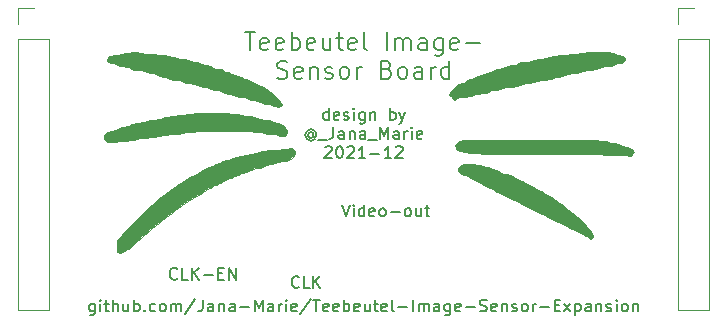
<source format=gto>
G04 #@! TF.GenerationSoftware,KiCad,Pcbnew,6.0.0-d3dd2cf0fa~116~ubuntu20.04.1*
G04 #@! TF.CreationDate,2022-01-03T21:45:18+01:00*
G04 #@! TF.ProjectId,teebeutel_image_sensor,74656562-6575-4746-956c-5f696d616765,rev?*
G04 #@! TF.SameCoordinates,Original*
G04 #@! TF.FileFunction,Legend,Top*
G04 #@! TF.FilePolarity,Positive*
%FSLAX46Y46*%
G04 Gerber Fmt 4.6, Leading zero omitted, Abs format (unit mm)*
G04 Created by KiCad (PCBNEW 6.0.0-d3dd2cf0fa~116~ubuntu20.04.1) date 2022-01-03 21:45:18*
%MOMM*%
%LPD*%
G01*
G04 APERTURE LIST*
%ADD10C,0.150000*%
%ADD11C,0.200000*%
%ADD12C,0.120000*%
%ADD13C,0.010000*%
G04 APERTURE END LIST*
D10*
X94504761Y-102257142D02*
X94457142Y-102304761D01*
X94314285Y-102352380D01*
X94219047Y-102352380D01*
X94076190Y-102304761D01*
X93980952Y-102209523D01*
X93933333Y-102114285D01*
X93885714Y-101923809D01*
X93885714Y-101780952D01*
X93933333Y-101590476D01*
X93980952Y-101495238D01*
X94076190Y-101400000D01*
X94219047Y-101352380D01*
X94314285Y-101352380D01*
X94457142Y-101400000D01*
X94504761Y-101447619D01*
X95409523Y-102352380D02*
X94933333Y-102352380D01*
X94933333Y-101352380D01*
X95742857Y-102352380D02*
X95742857Y-101352380D01*
X96314285Y-102352380D02*
X95885714Y-101780952D01*
X96314285Y-101352380D02*
X95742857Y-101923809D01*
X77214285Y-103685714D02*
X77214285Y-104495238D01*
X77166666Y-104590476D01*
X77119047Y-104638095D01*
X77023809Y-104685714D01*
X76880952Y-104685714D01*
X76785714Y-104638095D01*
X77214285Y-104304761D02*
X77119047Y-104352380D01*
X76928571Y-104352380D01*
X76833333Y-104304761D01*
X76785714Y-104257142D01*
X76738095Y-104161904D01*
X76738095Y-103876190D01*
X76785714Y-103780952D01*
X76833333Y-103733333D01*
X76928571Y-103685714D01*
X77119047Y-103685714D01*
X77214285Y-103733333D01*
X77690476Y-104352380D02*
X77690476Y-103685714D01*
X77690476Y-103352380D02*
X77642857Y-103400000D01*
X77690476Y-103447619D01*
X77738095Y-103400000D01*
X77690476Y-103352380D01*
X77690476Y-103447619D01*
X78023809Y-103685714D02*
X78404761Y-103685714D01*
X78166666Y-103352380D02*
X78166666Y-104209523D01*
X78214285Y-104304761D01*
X78309523Y-104352380D01*
X78404761Y-104352380D01*
X78738095Y-104352380D02*
X78738095Y-103352380D01*
X79166666Y-104352380D02*
X79166666Y-103828571D01*
X79119047Y-103733333D01*
X79023809Y-103685714D01*
X78880952Y-103685714D01*
X78785714Y-103733333D01*
X78738095Y-103780952D01*
X80071428Y-103685714D02*
X80071428Y-104352380D01*
X79642857Y-103685714D02*
X79642857Y-104209523D01*
X79690476Y-104304761D01*
X79785714Y-104352380D01*
X79928571Y-104352380D01*
X80023809Y-104304761D01*
X80071428Y-104257142D01*
X80547619Y-104352380D02*
X80547619Y-103352380D01*
X80547619Y-103733333D02*
X80642857Y-103685714D01*
X80833333Y-103685714D01*
X80928571Y-103733333D01*
X80976190Y-103780952D01*
X81023809Y-103876190D01*
X81023809Y-104161904D01*
X80976190Y-104257142D01*
X80928571Y-104304761D01*
X80833333Y-104352380D01*
X80642857Y-104352380D01*
X80547619Y-104304761D01*
X81452380Y-104257142D02*
X81500000Y-104304761D01*
X81452380Y-104352380D01*
X81404761Y-104304761D01*
X81452380Y-104257142D01*
X81452380Y-104352380D01*
X82357142Y-104304761D02*
X82261904Y-104352380D01*
X82071428Y-104352380D01*
X81976190Y-104304761D01*
X81928571Y-104257142D01*
X81880952Y-104161904D01*
X81880952Y-103876190D01*
X81928571Y-103780952D01*
X81976190Y-103733333D01*
X82071428Y-103685714D01*
X82261904Y-103685714D01*
X82357142Y-103733333D01*
X82928571Y-104352380D02*
X82833333Y-104304761D01*
X82785714Y-104257142D01*
X82738095Y-104161904D01*
X82738095Y-103876190D01*
X82785714Y-103780952D01*
X82833333Y-103733333D01*
X82928571Y-103685714D01*
X83071428Y-103685714D01*
X83166666Y-103733333D01*
X83214285Y-103780952D01*
X83261904Y-103876190D01*
X83261904Y-104161904D01*
X83214285Y-104257142D01*
X83166666Y-104304761D01*
X83071428Y-104352380D01*
X82928571Y-104352380D01*
X83690476Y-104352380D02*
X83690476Y-103685714D01*
X83690476Y-103780952D02*
X83738095Y-103733333D01*
X83833333Y-103685714D01*
X83976190Y-103685714D01*
X84071428Y-103733333D01*
X84119047Y-103828571D01*
X84119047Y-104352380D01*
X84119047Y-103828571D02*
X84166666Y-103733333D01*
X84261904Y-103685714D01*
X84404761Y-103685714D01*
X84500000Y-103733333D01*
X84547619Y-103828571D01*
X84547619Y-104352380D01*
X85738095Y-103304761D02*
X84880952Y-104590476D01*
X86357142Y-103352380D02*
X86357142Y-104066666D01*
X86309523Y-104209523D01*
X86214285Y-104304761D01*
X86071428Y-104352380D01*
X85976190Y-104352380D01*
X87261904Y-104352380D02*
X87261904Y-103828571D01*
X87214285Y-103733333D01*
X87119047Y-103685714D01*
X86928571Y-103685714D01*
X86833333Y-103733333D01*
X87261904Y-104304761D02*
X87166666Y-104352380D01*
X86928571Y-104352380D01*
X86833333Y-104304761D01*
X86785714Y-104209523D01*
X86785714Y-104114285D01*
X86833333Y-104019047D01*
X86928571Y-103971428D01*
X87166666Y-103971428D01*
X87261904Y-103923809D01*
X87738095Y-103685714D02*
X87738095Y-104352380D01*
X87738095Y-103780952D02*
X87785714Y-103733333D01*
X87880952Y-103685714D01*
X88023809Y-103685714D01*
X88119047Y-103733333D01*
X88166666Y-103828571D01*
X88166666Y-104352380D01*
X89071428Y-104352380D02*
X89071428Y-103828571D01*
X89023809Y-103733333D01*
X88928571Y-103685714D01*
X88738095Y-103685714D01*
X88642857Y-103733333D01*
X89071428Y-104304761D02*
X88976190Y-104352380D01*
X88738095Y-104352380D01*
X88642857Y-104304761D01*
X88595238Y-104209523D01*
X88595238Y-104114285D01*
X88642857Y-104019047D01*
X88738095Y-103971428D01*
X88976190Y-103971428D01*
X89071428Y-103923809D01*
X89547619Y-103971428D02*
X90309523Y-103971428D01*
X90785714Y-104352380D02*
X90785714Y-103352380D01*
X91119047Y-104066666D01*
X91452380Y-103352380D01*
X91452380Y-104352380D01*
X92357142Y-104352380D02*
X92357142Y-103828571D01*
X92309523Y-103733333D01*
X92214285Y-103685714D01*
X92023809Y-103685714D01*
X91928571Y-103733333D01*
X92357142Y-104304761D02*
X92261904Y-104352380D01*
X92023809Y-104352380D01*
X91928571Y-104304761D01*
X91880952Y-104209523D01*
X91880952Y-104114285D01*
X91928571Y-104019047D01*
X92023809Y-103971428D01*
X92261904Y-103971428D01*
X92357142Y-103923809D01*
X92833333Y-104352380D02*
X92833333Y-103685714D01*
X92833333Y-103876190D02*
X92880952Y-103780952D01*
X92928571Y-103733333D01*
X93023809Y-103685714D01*
X93119047Y-103685714D01*
X93452380Y-104352380D02*
X93452380Y-103685714D01*
X93452380Y-103352380D02*
X93404761Y-103400000D01*
X93452380Y-103447619D01*
X93500000Y-103400000D01*
X93452380Y-103352380D01*
X93452380Y-103447619D01*
X94309523Y-104304761D02*
X94214285Y-104352380D01*
X94023809Y-104352380D01*
X93928571Y-104304761D01*
X93880952Y-104209523D01*
X93880952Y-103828571D01*
X93928571Y-103733333D01*
X94023809Y-103685714D01*
X94214285Y-103685714D01*
X94309523Y-103733333D01*
X94357142Y-103828571D01*
X94357142Y-103923809D01*
X93880952Y-104019047D01*
X95500000Y-103304761D02*
X94642857Y-104590476D01*
X95690476Y-103352380D02*
X96261904Y-103352380D01*
X95976190Y-104352380D02*
X95976190Y-103352380D01*
X96976190Y-104304761D02*
X96880952Y-104352380D01*
X96690476Y-104352380D01*
X96595238Y-104304761D01*
X96547619Y-104209523D01*
X96547619Y-103828571D01*
X96595238Y-103733333D01*
X96690476Y-103685714D01*
X96880952Y-103685714D01*
X96976190Y-103733333D01*
X97023809Y-103828571D01*
X97023809Y-103923809D01*
X96547619Y-104019047D01*
X97833333Y-104304761D02*
X97738095Y-104352380D01*
X97547619Y-104352380D01*
X97452380Y-104304761D01*
X97404761Y-104209523D01*
X97404761Y-103828571D01*
X97452380Y-103733333D01*
X97547619Y-103685714D01*
X97738095Y-103685714D01*
X97833333Y-103733333D01*
X97880952Y-103828571D01*
X97880952Y-103923809D01*
X97404761Y-104019047D01*
X98309523Y-104352380D02*
X98309523Y-103352380D01*
X98309523Y-103733333D02*
X98404761Y-103685714D01*
X98595238Y-103685714D01*
X98690476Y-103733333D01*
X98738095Y-103780952D01*
X98785714Y-103876190D01*
X98785714Y-104161904D01*
X98738095Y-104257142D01*
X98690476Y-104304761D01*
X98595238Y-104352380D01*
X98404761Y-104352380D01*
X98309523Y-104304761D01*
X99595238Y-104304761D02*
X99500000Y-104352380D01*
X99309523Y-104352380D01*
X99214285Y-104304761D01*
X99166666Y-104209523D01*
X99166666Y-103828571D01*
X99214285Y-103733333D01*
X99309523Y-103685714D01*
X99500000Y-103685714D01*
X99595238Y-103733333D01*
X99642857Y-103828571D01*
X99642857Y-103923809D01*
X99166666Y-104019047D01*
X100500000Y-103685714D02*
X100500000Y-104352380D01*
X100071428Y-103685714D02*
X100071428Y-104209523D01*
X100119047Y-104304761D01*
X100214285Y-104352380D01*
X100357142Y-104352380D01*
X100452380Y-104304761D01*
X100500000Y-104257142D01*
X100833333Y-103685714D02*
X101214285Y-103685714D01*
X100976190Y-103352380D02*
X100976190Y-104209523D01*
X101023809Y-104304761D01*
X101119047Y-104352380D01*
X101214285Y-104352380D01*
X101928571Y-104304761D02*
X101833333Y-104352380D01*
X101642857Y-104352380D01*
X101547619Y-104304761D01*
X101500000Y-104209523D01*
X101500000Y-103828571D01*
X101547619Y-103733333D01*
X101642857Y-103685714D01*
X101833333Y-103685714D01*
X101928571Y-103733333D01*
X101976190Y-103828571D01*
X101976190Y-103923809D01*
X101500000Y-104019047D01*
X102547619Y-104352380D02*
X102452380Y-104304761D01*
X102404761Y-104209523D01*
X102404761Y-103352380D01*
X102928571Y-103971428D02*
X103690476Y-103971428D01*
X104166666Y-104352380D02*
X104166666Y-103352380D01*
X104642857Y-104352380D02*
X104642857Y-103685714D01*
X104642857Y-103780952D02*
X104690476Y-103733333D01*
X104785714Y-103685714D01*
X104928571Y-103685714D01*
X105023809Y-103733333D01*
X105071428Y-103828571D01*
X105071428Y-104352380D01*
X105071428Y-103828571D02*
X105119047Y-103733333D01*
X105214285Y-103685714D01*
X105357142Y-103685714D01*
X105452380Y-103733333D01*
X105500000Y-103828571D01*
X105500000Y-104352380D01*
X106404761Y-104352380D02*
X106404761Y-103828571D01*
X106357142Y-103733333D01*
X106261904Y-103685714D01*
X106071428Y-103685714D01*
X105976190Y-103733333D01*
X106404761Y-104304761D02*
X106309523Y-104352380D01*
X106071428Y-104352380D01*
X105976190Y-104304761D01*
X105928571Y-104209523D01*
X105928571Y-104114285D01*
X105976190Y-104019047D01*
X106071428Y-103971428D01*
X106309523Y-103971428D01*
X106404761Y-103923809D01*
X107309523Y-103685714D02*
X107309523Y-104495238D01*
X107261904Y-104590476D01*
X107214285Y-104638095D01*
X107119047Y-104685714D01*
X106976190Y-104685714D01*
X106880952Y-104638095D01*
X107309523Y-104304761D02*
X107214285Y-104352380D01*
X107023809Y-104352380D01*
X106928571Y-104304761D01*
X106880952Y-104257142D01*
X106833333Y-104161904D01*
X106833333Y-103876190D01*
X106880952Y-103780952D01*
X106928571Y-103733333D01*
X107023809Y-103685714D01*
X107214285Y-103685714D01*
X107309523Y-103733333D01*
X108166666Y-104304761D02*
X108071428Y-104352380D01*
X107880952Y-104352380D01*
X107785714Y-104304761D01*
X107738095Y-104209523D01*
X107738095Y-103828571D01*
X107785714Y-103733333D01*
X107880952Y-103685714D01*
X108071428Y-103685714D01*
X108166666Y-103733333D01*
X108214285Y-103828571D01*
X108214285Y-103923809D01*
X107738095Y-104019047D01*
X108642857Y-103971428D02*
X109404761Y-103971428D01*
X109833333Y-104304761D02*
X109976190Y-104352380D01*
X110214285Y-104352380D01*
X110309523Y-104304761D01*
X110357142Y-104257142D01*
X110404761Y-104161904D01*
X110404761Y-104066666D01*
X110357142Y-103971428D01*
X110309523Y-103923809D01*
X110214285Y-103876190D01*
X110023809Y-103828571D01*
X109928571Y-103780952D01*
X109880952Y-103733333D01*
X109833333Y-103638095D01*
X109833333Y-103542857D01*
X109880952Y-103447619D01*
X109928571Y-103400000D01*
X110023809Y-103352380D01*
X110261904Y-103352380D01*
X110404761Y-103400000D01*
X111214285Y-104304761D02*
X111119047Y-104352380D01*
X110928571Y-104352380D01*
X110833333Y-104304761D01*
X110785714Y-104209523D01*
X110785714Y-103828571D01*
X110833333Y-103733333D01*
X110928571Y-103685714D01*
X111119047Y-103685714D01*
X111214285Y-103733333D01*
X111261904Y-103828571D01*
X111261904Y-103923809D01*
X110785714Y-104019047D01*
X111690476Y-103685714D02*
X111690476Y-104352380D01*
X111690476Y-103780952D02*
X111738095Y-103733333D01*
X111833333Y-103685714D01*
X111976190Y-103685714D01*
X112071428Y-103733333D01*
X112119047Y-103828571D01*
X112119047Y-104352380D01*
X112547619Y-104304761D02*
X112642857Y-104352380D01*
X112833333Y-104352380D01*
X112928571Y-104304761D01*
X112976190Y-104209523D01*
X112976190Y-104161904D01*
X112928571Y-104066666D01*
X112833333Y-104019047D01*
X112690476Y-104019047D01*
X112595238Y-103971428D01*
X112547619Y-103876190D01*
X112547619Y-103828571D01*
X112595238Y-103733333D01*
X112690476Y-103685714D01*
X112833333Y-103685714D01*
X112928571Y-103733333D01*
X113547619Y-104352380D02*
X113452380Y-104304761D01*
X113404761Y-104257142D01*
X113357142Y-104161904D01*
X113357142Y-103876190D01*
X113404761Y-103780952D01*
X113452380Y-103733333D01*
X113547619Y-103685714D01*
X113690476Y-103685714D01*
X113785714Y-103733333D01*
X113833333Y-103780952D01*
X113880952Y-103876190D01*
X113880952Y-104161904D01*
X113833333Y-104257142D01*
X113785714Y-104304761D01*
X113690476Y-104352380D01*
X113547619Y-104352380D01*
X114309523Y-104352380D02*
X114309523Y-103685714D01*
X114309523Y-103876190D02*
X114357142Y-103780952D01*
X114404761Y-103733333D01*
X114499999Y-103685714D01*
X114595238Y-103685714D01*
X114928571Y-103971428D02*
X115690476Y-103971428D01*
X116166666Y-103828571D02*
X116500000Y-103828571D01*
X116642857Y-104352380D02*
X116166666Y-104352380D01*
X116166666Y-103352380D01*
X116642857Y-103352380D01*
X116976190Y-104352380D02*
X117499999Y-103685714D01*
X116976190Y-103685714D02*
X117499999Y-104352380D01*
X117880952Y-103685714D02*
X117880952Y-104685714D01*
X117880952Y-103733333D02*
X117976190Y-103685714D01*
X118166666Y-103685714D01*
X118261904Y-103733333D01*
X118309523Y-103780952D01*
X118357142Y-103876190D01*
X118357142Y-104161904D01*
X118309523Y-104257142D01*
X118261904Y-104304761D01*
X118166666Y-104352380D01*
X117976190Y-104352380D01*
X117880952Y-104304761D01*
X119214285Y-104352380D02*
X119214285Y-103828571D01*
X119166666Y-103733333D01*
X119071428Y-103685714D01*
X118880952Y-103685714D01*
X118785714Y-103733333D01*
X119214285Y-104304761D02*
X119119047Y-104352380D01*
X118880952Y-104352380D01*
X118785714Y-104304761D01*
X118738095Y-104209523D01*
X118738095Y-104114285D01*
X118785714Y-104019047D01*
X118880952Y-103971428D01*
X119119047Y-103971428D01*
X119214285Y-103923809D01*
X119690476Y-103685714D02*
X119690476Y-104352380D01*
X119690476Y-103780952D02*
X119738095Y-103733333D01*
X119833333Y-103685714D01*
X119976190Y-103685714D01*
X120071428Y-103733333D01*
X120119047Y-103828571D01*
X120119047Y-104352380D01*
X120547619Y-104304761D02*
X120642857Y-104352380D01*
X120833333Y-104352380D01*
X120928571Y-104304761D01*
X120976190Y-104209523D01*
X120976190Y-104161904D01*
X120928571Y-104066666D01*
X120833333Y-104019047D01*
X120690476Y-104019047D01*
X120595238Y-103971428D01*
X120547619Y-103876190D01*
X120547619Y-103828571D01*
X120595238Y-103733333D01*
X120690476Y-103685714D01*
X120833333Y-103685714D01*
X120928571Y-103733333D01*
X121404761Y-104352380D02*
X121404761Y-103685714D01*
X121404761Y-103352380D02*
X121357142Y-103400000D01*
X121404761Y-103447619D01*
X121452380Y-103400000D01*
X121404761Y-103352380D01*
X121404761Y-103447619D01*
X122023809Y-104352380D02*
X121928571Y-104304761D01*
X121880952Y-104257142D01*
X121833333Y-104161904D01*
X121833333Y-103876190D01*
X121880952Y-103780952D01*
X121928571Y-103733333D01*
X122023809Y-103685714D01*
X122166666Y-103685714D01*
X122261904Y-103733333D01*
X122309523Y-103780952D01*
X122357142Y-103876190D01*
X122357142Y-104161904D01*
X122309523Y-104257142D01*
X122261904Y-104304761D01*
X122166666Y-104352380D01*
X122023809Y-104352380D01*
X122785714Y-103685714D02*
X122785714Y-104352380D01*
X122785714Y-103780952D02*
X122833333Y-103733333D01*
X122928571Y-103685714D01*
X123071428Y-103685714D01*
X123166666Y-103733333D01*
X123214285Y-103828571D01*
X123214285Y-104352380D01*
X84209523Y-101557142D02*
X84161904Y-101604761D01*
X84019047Y-101652380D01*
X83923809Y-101652380D01*
X83780952Y-101604761D01*
X83685714Y-101509523D01*
X83638095Y-101414285D01*
X83590476Y-101223809D01*
X83590476Y-101080952D01*
X83638095Y-100890476D01*
X83685714Y-100795238D01*
X83780952Y-100700000D01*
X83923809Y-100652380D01*
X84019047Y-100652380D01*
X84161904Y-100700000D01*
X84209523Y-100747619D01*
X85114285Y-101652380D02*
X84638095Y-101652380D01*
X84638095Y-100652380D01*
X85447619Y-101652380D02*
X85447619Y-100652380D01*
X86019047Y-101652380D02*
X85590476Y-101080952D01*
X86019047Y-100652380D02*
X85447619Y-101223809D01*
X86447619Y-101271428D02*
X87209523Y-101271428D01*
X87685714Y-101128571D02*
X88019047Y-101128571D01*
X88161904Y-101652380D02*
X87685714Y-101652380D01*
X87685714Y-100652380D01*
X88161904Y-100652380D01*
X88590476Y-101652380D02*
X88590476Y-100652380D01*
X89161904Y-101652380D01*
X89161904Y-100652380D01*
X98135714Y-95302380D02*
X98469047Y-96302380D01*
X98802380Y-95302380D01*
X99135714Y-96302380D02*
X99135714Y-95635714D01*
X99135714Y-95302380D02*
X99088095Y-95350000D01*
X99135714Y-95397619D01*
X99183333Y-95350000D01*
X99135714Y-95302380D01*
X99135714Y-95397619D01*
X100040476Y-96302380D02*
X100040476Y-95302380D01*
X100040476Y-96254761D02*
X99945238Y-96302380D01*
X99754761Y-96302380D01*
X99659523Y-96254761D01*
X99611904Y-96207142D01*
X99564285Y-96111904D01*
X99564285Y-95826190D01*
X99611904Y-95730952D01*
X99659523Y-95683333D01*
X99754761Y-95635714D01*
X99945238Y-95635714D01*
X100040476Y-95683333D01*
X100897619Y-96254761D02*
X100802380Y-96302380D01*
X100611904Y-96302380D01*
X100516666Y-96254761D01*
X100469047Y-96159523D01*
X100469047Y-95778571D01*
X100516666Y-95683333D01*
X100611904Y-95635714D01*
X100802380Y-95635714D01*
X100897619Y-95683333D01*
X100945238Y-95778571D01*
X100945238Y-95873809D01*
X100469047Y-95969047D01*
X101516666Y-96302380D02*
X101421428Y-96254761D01*
X101373809Y-96207142D01*
X101326190Y-96111904D01*
X101326190Y-95826190D01*
X101373809Y-95730952D01*
X101421428Y-95683333D01*
X101516666Y-95635714D01*
X101659523Y-95635714D01*
X101754761Y-95683333D01*
X101802380Y-95730952D01*
X101850000Y-95826190D01*
X101850000Y-96111904D01*
X101802380Y-96207142D01*
X101754761Y-96254761D01*
X101659523Y-96302380D01*
X101516666Y-96302380D01*
X102278571Y-95921428D02*
X103040476Y-95921428D01*
X103659523Y-96302380D02*
X103564285Y-96254761D01*
X103516666Y-96207142D01*
X103469047Y-96111904D01*
X103469047Y-95826190D01*
X103516666Y-95730952D01*
X103564285Y-95683333D01*
X103659523Y-95635714D01*
X103802380Y-95635714D01*
X103897619Y-95683333D01*
X103945238Y-95730952D01*
X103992857Y-95826190D01*
X103992857Y-96111904D01*
X103945238Y-96207142D01*
X103897619Y-96254761D01*
X103802380Y-96302380D01*
X103659523Y-96302380D01*
X104850000Y-95635714D02*
X104850000Y-96302380D01*
X104421428Y-95635714D02*
X104421428Y-96159523D01*
X104469047Y-96254761D01*
X104564285Y-96302380D01*
X104707142Y-96302380D01*
X104802380Y-96254761D01*
X104850000Y-96207142D01*
X105183333Y-95635714D02*
X105564285Y-95635714D01*
X105326190Y-95302380D02*
X105326190Y-96159523D01*
X105373809Y-96254761D01*
X105469047Y-96302380D01*
X105564285Y-96302380D01*
X97023809Y-88142380D02*
X97023809Y-87142380D01*
X97023809Y-88094761D02*
X96928571Y-88142380D01*
X96738095Y-88142380D01*
X96642857Y-88094761D01*
X96595238Y-88047142D01*
X96547619Y-87951904D01*
X96547619Y-87666190D01*
X96595238Y-87570952D01*
X96642857Y-87523333D01*
X96738095Y-87475714D01*
X96928571Y-87475714D01*
X97023809Y-87523333D01*
X97880952Y-88094761D02*
X97785714Y-88142380D01*
X97595238Y-88142380D01*
X97500000Y-88094761D01*
X97452380Y-87999523D01*
X97452380Y-87618571D01*
X97500000Y-87523333D01*
X97595238Y-87475714D01*
X97785714Y-87475714D01*
X97880952Y-87523333D01*
X97928571Y-87618571D01*
X97928571Y-87713809D01*
X97452380Y-87809047D01*
X98309523Y-88094761D02*
X98404761Y-88142380D01*
X98595238Y-88142380D01*
X98690476Y-88094761D01*
X98738095Y-87999523D01*
X98738095Y-87951904D01*
X98690476Y-87856666D01*
X98595238Y-87809047D01*
X98452380Y-87809047D01*
X98357142Y-87761428D01*
X98309523Y-87666190D01*
X98309523Y-87618571D01*
X98357142Y-87523333D01*
X98452380Y-87475714D01*
X98595238Y-87475714D01*
X98690476Y-87523333D01*
X99166666Y-88142380D02*
X99166666Y-87475714D01*
X99166666Y-87142380D02*
X99119047Y-87190000D01*
X99166666Y-87237619D01*
X99214285Y-87190000D01*
X99166666Y-87142380D01*
X99166666Y-87237619D01*
X100071428Y-87475714D02*
X100071428Y-88285238D01*
X100023809Y-88380476D01*
X99976190Y-88428095D01*
X99880952Y-88475714D01*
X99738095Y-88475714D01*
X99642857Y-88428095D01*
X100071428Y-88094761D02*
X99976190Y-88142380D01*
X99785714Y-88142380D01*
X99690476Y-88094761D01*
X99642857Y-88047142D01*
X99595238Y-87951904D01*
X99595238Y-87666190D01*
X99642857Y-87570952D01*
X99690476Y-87523333D01*
X99785714Y-87475714D01*
X99976190Y-87475714D01*
X100071428Y-87523333D01*
X100547619Y-87475714D02*
X100547619Y-88142380D01*
X100547619Y-87570952D02*
X100595238Y-87523333D01*
X100690476Y-87475714D01*
X100833333Y-87475714D01*
X100928571Y-87523333D01*
X100976190Y-87618571D01*
X100976190Y-88142380D01*
X102214285Y-88142380D02*
X102214285Y-87142380D01*
X102214285Y-87523333D02*
X102309523Y-87475714D01*
X102500000Y-87475714D01*
X102595238Y-87523333D01*
X102642857Y-87570952D01*
X102690476Y-87666190D01*
X102690476Y-87951904D01*
X102642857Y-88047142D01*
X102595238Y-88094761D01*
X102500000Y-88142380D01*
X102309523Y-88142380D01*
X102214285Y-88094761D01*
X103023809Y-87475714D02*
X103261904Y-88142380D01*
X103500000Y-87475714D02*
X103261904Y-88142380D01*
X103166666Y-88380476D01*
X103119047Y-88428095D01*
X103023809Y-88475714D01*
X95714285Y-89276190D02*
X95666666Y-89228571D01*
X95571428Y-89180952D01*
X95476190Y-89180952D01*
X95380952Y-89228571D01*
X95333333Y-89276190D01*
X95285714Y-89371428D01*
X95285714Y-89466666D01*
X95333333Y-89561904D01*
X95380952Y-89609523D01*
X95476190Y-89657142D01*
X95571428Y-89657142D01*
X95666666Y-89609523D01*
X95714285Y-89561904D01*
X95714285Y-89180952D02*
X95714285Y-89561904D01*
X95761904Y-89609523D01*
X95809523Y-89609523D01*
X95904761Y-89561904D01*
X95952380Y-89466666D01*
X95952380Y-89228571D01*
X95857142Y-89085714D01*
X95714285Y-88990476D01*
X95523809Y-88942857D01*
X95333333Y-88990476D01*
X95190476Y-89085714D01*
X95095238Y-89228571D01*
X95047619Y-89419047D01*
X95095238Y-89609523D01*
X95190476Y-89752380D01*
X95333333Y-89847619D01*
X95523809Y-89895238D01*
X95714285Y-89847619D01*
X95857142Y-89752380D01*
X96142857Y-89847619D02*
X96904761Y-89847619D01*
X97428571Y-88752380D02*
X97428571Y-89466666D01*
X97380952Y-89609523D01*
X97285714Y-89704761D01*
X97142857Y-89752380D01*
X97047619Y-89752380D01*
X98333333Y-89752380D02*
X98333333Y-89228571D01*
X98285714Y-89133333D01*
X98190476Y-89085714D01*
X98000000Y-89085714D01*
X97904761Y-89133333D01*
X98333333Y-89704761D02*
X98238095Y-89752380D01*
X98000000Y-89752380D01*
X97904761Y-89704761D01*
X97857142Y-89609523D01*
X97857142Y-89514285D01*
X97904761Y-89419047D01*
X98000000Y-89371428D01*
X98238095Y-89371428D01*
X98333333Y-89323809D01*
X98809523Y-89085714D02*
X98809523Y-89752380D01*
X98809523Y-89180952D02*
X98857142Y-89133333D01*
X98952380Y-89085714D01*
X99095238Y-89085714D01*
X99190476Y-89133333D01*
X99238095Y-89228571D01*
X99238095Y-89752380D01*
X100142857Y-89752380D02*
X100142857Y-89228571D01*
X100095238Y-89133333D01*
X100000000Y-89085714D01*
X99809523Y-89085714D01*
X99714285Y-89133333D01*
X100142857Y-89704761D02*
X100047619Y-89752380D01*
X99809523Y-89752380D01*
X99714285Y-89704761D01*
X99666666Y-89609523D01*
X99666666Y-89514285D01*
X99714285Y-89419047D01*
X99809523Y-89371428D01*
X100047619Y-89371428D01*
X100142857Y-89323809D01*
X100380952Y-89847619D02*
X101142857Y-89847619D01*
X101380952Y-89752380D02*
X101380952Y-88752380D01*
X101714285Y-89466666D01*
X102047619Y-88752380D01*
X102047619Y-89752380D01*
X102952380Y-89752380D02*
X102952380Y-89228571D01*
X102904761Y-89133333D01*
X102809523Y-89085714D01*
X102619047Y-89085714D01*
X102523809Y-89133333D01*
X102952380Y-89704761D02*
X102857142Y-89752380D01*
X102619047Y-89752380D01*
X102523809Y-89704761D01*
X102476190Y-89609523D01*
X102476190Y-89514285D01*
X102523809Y-89419047D01*
X102619047Y-89371428D01*
X102857142Y-89371428D01*
X102952380Y-89323809D01*
X103428571Y-89752380D02*
X103428571Y-89085714D01*
X103428571Y-89276190D02*
X103476190Y-89180952D01*
X103523809Y-89133333D01*
X103619047Y-89085714D01*
X103714285Y-89085714D01*
X104047619Y-89752380D02*
X104047619Y-89085714D01*
X104047619Y-88752380D02*
X104000000Y-88800000D01*
X104047619Y-88847619D01*
X104095238Y-88800000D01*
X104047619Y-88752380D01*
X104047619Y-88847619D01*
X104904761Y-89704761D02*
X104809523Y-89752380D01*
X104619047Y-89752380D01*
X104523809Y-89704761D01*
X104476190Y-89609523D01*
X104476190Y-89228571D01*
X104523809Y-89133333D01*
X104619047Y-89085714D01*
X104809523Y-89085714D01*
X104904761Y-89133333D01*
X104952380Y-89228571D01*
X104952380Y-89323809D01*
X104476190Y-89419047D01*
X96714285Y-90457619D02*
X96761904Y-90410000D01*
X96857142Y-90362380D01*
X97095238Y-90362380D01*
X97190476Y-90410000D01*
X97238095Y-90457619D01*
X97285714Y-90552857D01*
X97285714Y-90648095D01*
X97238095Y-90790952D01*
X96666666Y-91362380D01*
X97285714Y-91362380D01*
X97904761Y-90362380D02*
X98000000Y-90362380D01*
X98095238Y-90410000D01*
X98142857Y-90457619D01*
X98190476Y-90552857D01*
X98238095Y-90743333D01*
X98238095Y-90981428D01*
X98190476Y-91171904D01*
X98142857Y-91267142D01*
X98095238Y-91314761D01*
X98000000Y-91362380D01*
X97904761Y-91362380D01*
X97809523Y-91314761D01*
X97761904Y-91267142D01*
X97714285Y-91171904D01*
X97666666Y-90981428D01*
X97666666Y-90743333D01*
X97714285Y-90552857D01*
X97761904Y-90457619D01*
X97809523Y-90410000D01*
X97904761Y-90362380D01*
X98619047Y-90457619D02*
X98666666Y-90410000D01*
X98761904Y-90362380D01*
X99000000Y-90362380D01*
X99095238Y-90410000D01*
X99142857Y-90457619D01*
X99190476Y-90552857D01*
X99190476Y-90648095D01*
X99142857Y-90790952D01*
X98571428Y-91362380D01*
X99190476Y-91362380D01*
X100142857Y-91362380D02*
X99571428Y-91362380D01*
X99857142Y-91362380D02*
X99857142Y-90362380D01*
X99761904Y-90505238D01*
X99666666Y-90600476D01*
X99571428Y-90648095D01*
X100571428Y-90981428D02*
X101333333Y-90981428D01*
X102333333Y-91362380D02*
X101761904Y-91362380D01*
X102047619Y-91362380D02*
X102047619Y-90362380D01*
X101952380Y-90505238D01*
X101857142Y-90600476D01*
X101761904Y-90648095D01*
X102714285Y-90457619D02*
X102761904Y-90410000D01*
X102857142Y-90362380D01*
X103095238Y-90362380D01*
X103190476Y-90410000D01*
X103238095Y-90457619D01*
X103285714Y-90552857D01*
X103285714Y-90648095D01*
X103238095Y-90790952D01*
X102666666Y-91362380D01*
X103285714Y-91362380D01*
D11*
X89964285Y-80721071D02*
X90821428Y-80721071D01*
X90392857Y-82221071D02*
X90392857Y-80721071D01*
X91892857Y-82149642D02*
X91750000Y-82221071D01*
X91464285Y-82221071D01*
X91321428Y-82149642D01*
X91250000Y-82006785D01*
X91250000Y-81435357D01*
X91321428Y-81292500D01*
X91464285Y-81221071D01*
X91750000Y-81221071D01*
X91892857Y-81292500D01*
X91964285Y-81435357D01*
X91964285Y-81578214D01*
X91250000Y-81721071D01*
X93178571Y-82149642D02*
X93035714Y-82221071D01*
X92750000Y-82221071D01*
X92607142Y-82149642D01*
X92535714Y-82006785D01*
X92535714Y-81435357D01*
X92607142Y-81292500D01*
X92750000Y-81221071D01*
X93035714Y-81221071D01*
X93178571Y-81292500D01*
X93250000Y-81435357D01*
X93250000Y-81578214D01*
X92535714Y-81721071D01*
X93892857Y-82221071D02*
X93892857Y-80721071D01*
X93892857Y-81292500D02*
X94035714Y-81221071D01*
X94321428Y-81221071D01*
X94464285Y-81292500D01*
X94535714Y-81363928D01*
X94607142Y-81506785D01*
X94607142Y-81935357D01*
X94535714Y-82078214D01*
X94464285Y-82149642D01*
X94321428Y-82221071D01*
X94035714Y-82221071D01*
X93892857Y-82149642D01*
X95821428Y-82149642D02*
X95678571Y-82221071D01*
X95392857Y-82221071D01*
X95250000Y-82149642D01*
X95178571Y-82006785D01*
X95178571Y-81435357D01*
X95250000Y-81292500D01*
X95392857Y-81221071D01*
X95678571Y-81221071D01*
X95821428Y-81292500D01*
X95892857Y-81435357D01*
X95892857Y-81578214D01*
X95178571Y-81721071D01*
X97178571Y-81221071D02*
X97178571Y-82221071D01*
X96535714Y-81221071D02*
X96535714Y-82006785D01*
X96607142Y-82149642D01*
X96750000Y-82221071D01*
X96964285Y-82221071D01*
X97107142Y-82149642D01*
X97178571Y-82078214D01*
X97678571Y-81221071D02*
X98250000Y-81221071D01*
X97892857Y-80721071D02*
X97892857Y-82006785D01*
X97964285Y-82149642D01*
X98107142Y-82221071D01*
X98250000Y-82221071D01*
X99321428Y-82149642D02*
X99178571Y-82221071D01*
X98892857Y-82221071D01*
X98750000Y-82149642D01*
X98678571Y-82006785D01*
X98678571Y-81435357D01*
X98750000Y-81292500D01*
X98892857Y-81221071D01*
X99178571Y-81221071D01*
X99321428Y-81292500D01*
X99392857Y-81435357D01*
X99392857Y-81578214D01*
X98678571Y-81721071D01*
X100250000Y-82221071D02*
X100107142Y-82149642D01*
X100035714Y-82006785D01*
X100035714Y-80721071D01*
X101964285Y-82221071D02*
X101964285Y-80721071D01*
X102678571Y-82221071D02*
X102678571Y-81221071D01*
X102678571Y-81363928D02*
X102750000Y-81292500D01*
X102892857Y-81221071D01*
X103107142Y-81221071D01*
X103250000Y-81292500D01*
X103321428Y-81435357D01*
X103321428Y-82221071D01*
X103321428Y-81435357D02*
X103392857Y-81292500D01*
X103535714Y-81221071D01*
X103750000Y-81221071D01*
X103892857Y-81292500D01*
X103964285Y-81435357D01*
X103964285Y-82221071D01*
X105321428Y-82221071D02*
X105321428Y-81435357D01*
X105250000Y-81292500D01*
X105107142Y-81221071D01*
X104821428Y-81221071D01*
X104678571Y-81292500D01*
X105321428Y-82149642D02*
X105178571Y-82221071D01*
X104821428Y-82221071D01*
X104678571Y-82149642D01*
X104607142Y-82006785D01*
X104607142Y-81863928D01*
X104678571Y-81721071D01*
X104821428Y-81649642D01*
X105178571Y-81649642D01*
X105321428Y-81578214D01*
X106678571Y-81221071D02*
X106678571Y-82435357D01*
X106607142Y-82578214D01*
X106535714Y-82649642D01*
X106392857Y-82721071D01*
X106178571Y-82721071D01*
X106035714Y-82649642D01*
X106678571Y-82149642D02*
X106535714Y-82221071D01*
X106250000Y-82221071D01*
X106107142Y-82149642D01*
X106035714Y-82078214D01*
X105964285Y-81935357D01*
X105964285Y-81506785D01*
X106035714Y-81363928D01*
X106107142Y-81292500D01*
X106250000Y-81221071D01*
X106535714Y-81221071D01*
X106678571Y-81292500D01*
X107964285Y-82149642D02*
X107821428Y-82221071D01*
X107535714Y-82221071D01*
X107392857Y-82149642D01*
X107321428Y-82006785D01*
X107321428Y-81435357D01*
X107392857Y-81292500D01*
X107535714Y-81221071D01*
X107821428Y-81221071D01*
X107964285Y-81292500D01*
X108035714Y-81435357D01*
X108035714Y-81578214D01*
X107321428Y-81721071D01*
X108678571Y-81649642D02*
X109821428Y-81649642D01*
X92678571Y-84564642D02*
X92892857Y-84636071D01*
X93250000Y-84636071D01*
X93392857Y-84564642D01*
X93464285Y-84493214D01*
X93535714Y-84350357D01*
X93535714Y-84207500D01*
X93464285Y-84064642D01*
X93392857Y-83993214D01*
X93250000Y-83921785D01*
X92964285Y-83850357D01*
X92821428Y-83778928D01*
X92750000Y-83707500D01*
X92678571Y-83564642D01*
X92678571Y-83421785D01*
X92750000Y-83278928D01*
X92821428Y-83207500D01*
X92964285Y-83136071D01*
X93321428Y-83136071D01*
X93535714Y-83207500D01*
X94750000Y-84564642D02*
X94607142Y-84636071D01*
X94321428Y-84636071D01*
X94178571Y-84564642D01*
X94107142Y-84421785D01*
X94107142Y-83850357D01*
X94178571Y-83707500D01*
X94321428Y-83636071D01*
X94607142Y-83636071D01*
X94750000Y-83707500D01*
X94821428Y-83850357D01*
X94821428Y-83993214D01*
X94107142Y-84136071D01*
X95464285Y-83636071D02*
X95464285Y-84636071D01*
X95464285Y-83778928D02*
X95535714Y-83707500D01*
X95678571Y-83636071D01*
X95892857Y-83636071D01*
X96035714Y-83707500D01*
X96107142Y-83850357D01*
X96107142Y-84636071D01*
X96750000Y-84564642D02*
X96892857Y-84636071D01*
X97178571Y-84636071D01*
X97321428Y-84564642D01*
X97392857Y-84421785D01*
X97392857Y-84350357D01*
X97321428Y-84207500D01*
X97178571Y-84136071D01*
X96964285Y-84136071D01*
X96821428Y-84064642D01*
X96750000Y-83921785D01*
X96750000Y-83850357D01*
X96821428Y-83707500D01*
X96964285Y-83636071D01*
X97178571Y-83636071D01*
X97321428Y-83707500D01*
X98250000Y-84636071D02*
X98107142Y-84564642D01*
X98035714Y-84493214D01*
X97964285Y-84350357D01*
X97964285Y-83921785D01*
X98035714Y-83778928D01*
X98107142Y-83707500D01*
X98250000Y-83636071D01*
X98464285Y-83636071D01*
X98607142Y-83707500D01*
X98678571Y-83778928D01*
X98750000Y-83921785D01*
X98750000Y-84350357D01*
X98678571Y-84493214D01*
X98607142Y-84564642D01*
X98464285Y-84636071D01*
X98250000Y-84636071D01*
X99392857Y-84636071D02*
X99392857Y-83636071D01*
X99392857Y-83921785D02*
X99464285Y-83778928D01*
X99535714Y-83707500D01*
X99678571Y-83636071D01*
X99821428Y-83636071D01*
X101964285Y-83850357D02*
X102178571Y-83921785D01*
X102250000Y-83993214D01*
X102321428Y-84136071D01*
X102321428Y-84350357D01*
X102250000Y-84493214D01*
X102178571Y-84564642D01*
X102035714Y-84636071D01*
X101464285Y-84636071D01*
X101464285Y-83136071D01*
X101964285Y-83136071D01*
X102107142Y-83207500D01*
X102178571Y-83278928D01*
X102250000Y-83421785D01*
X102250000Y-83564642D01*
X102178571Y-83707500D01*
X102107142Y-83778928D01*
X101964285Y-83850357D01*
X101464285Y-83850357D01*
X103178571Y-84636071D02*
X103035714Y-84564642D01*
X102964285Y-84493214D01*
X102892857Y-84350357D01*
X102892857Y-83921785D01*
X102964285Y-83778928D01*
X103035714Y-83707500D01*
X103178571Y-83636071D01*
X103392857Y-83636071D01*
X103535714Y-83707500D01*
X103607142Y-83778928D01*
X103678571Y-83921785D01*
X103678571Y-84350357D01*
X103607142Y-84493214D01*
X103535714Y-84564642D01*
X103392857Y-84636071D01*
X103178571Y-84636071D01*
X104964285Y-84636071D02*
X104964285Y-83850357D01*
X104892857Y-83707500D01*
X104750000Y-83636071D01*
X104464285Y-83636071D01*
X104321428Y-83707500D01*
X104964285Y-84564642D02*
X104821428Y-84636071D01*
X104464285Y-84636071D01*
X104321428Y-84564642D01*
X104250000Y-84421785D01*
X104250000Y-84278928D01*
X104321428Y-84136071D01*
X104464285Y-84064642D01*
X104821428Y-84064642D01*
X104964285Y-83993214D01*
X105678571Y-84636071D02*
X105678571Y-83636071D01*
X105678571Y-83921785D02*
X105750000Y-83778928D01*
X105821428Y-83707500D01*
X105964285Y-83636071D01*
X106107142Y-83636071D01*
X107250000Y-84636071D02*
X107250000Y-83136071D01*
X107250000Y-84564642D02*
X107107142Y-84636071D01*
X106821428Y-84636071D01*
X106678571Y-84564642D01*
X106607142Y-84493214D01*
X106535714Y-84350357D01*
X106535714Y-83921785D01*
X106607142Y-83778928D01*
X106678571Y-83707500D01*
X106821428Y-83636071D01*
X107107142Y-83636071D01*
X107250000Y-83707500D01*
D12*
X126610000Y-81270000D02*
X129270000Y-81270000D01*
X129270000Y-81270000D02*
X129270000Y-104190000D01*
X126610000Y-78670000D02*
X127940000Y-78670000D01*
X126610000Y-81270000D02*
X126610000Y-104190000D01*
X126610000Y-104190000D02*
X129270000Y-104190000D01*
X126610000Y-80000000D02*
X126610000Y-78670000D01*
X70730000Y-78670000D02*
X72060000Y-78670000D01*
X73390000Y-81270000D02*
X73390000Y-104190000D01*
X70730000Y-80000000D02*
X70730000Y-78670000D01*
X70730000Y-81270000D02*
X73390000Y-81270000D01*
X70730000Y-81270000D02*
X70730000Y-104190000D01*
X70730000Y-104190000D02*
X73390000Y-104190000D01*
D13*
X115645876Y-89835460D02*
X116655832Y-89837318D01*
X116655832Y-89837318D02*
X117519278Y-89840402D01*
X117519278Y-89840402D02*
X118247624Y-89844944D01*
X118247624Y-89844944D02*
X118852281Y-89851173D01*
X118852281Y-89851173D02*
X119344660Y-89859321D01*
X119344660Y-89859321D02*
X119736172Y-89869617D01*
X119736172Y-89869617D02*
X120038228Y-89882291D01*
X120038228Y-89882291D02*
X120262237Y-89897575D01*
X120262237Y-89897575D02*
X120419611Y-89915698D01*
X120419611Y-89915698D02*
X120521760Y-89936891D01*
X120521760Y-89936891D02*
X120574000Y-89957667D01*
X120574000Y-89957667D02*
X120822947Y-90051013D01*
X120822947Y-90051013D02*
X121039667Y-90083526D01*
X121039667Y-90083526D02*
X121274519Y-90122185D01*
X121274519Y-90122185D02*
X121561344Y-90213432D01*
X121561344Y-90213432D02*
X121662746Y-90255860D01*
X121662746Y-90255860D02*
X121940976Y-90358600D01*
X121940976Y-90358600D02*
X122201385Y-90417710D01*
X122201385Y-90417710D02*
X122276579Y-90423334D01*
X122276579Y-90423334D02*
X122489840Y-90474908D01*
X122489840Y-90474908D02*
X122696504Y-90600304D01*
X122696504Y-90600304D02*
X122835067Y-90755531D01*
X122835067Y-90755531D02*
X122860000Y-90840619D01*
X122860000Y-90840619D02*
X122814922Y-90936482D01*
X122814922Y-90936482D02*
X122716028Y-91063869D01*
X122716028Y-91063869D02*
X122617831Y-91158663D01*
X122617831Y-91158663D02*
X122578786Y-91171377D01*
X122578786Y-91171377D02*
X122493617Y-91159857D01*
X122493617Y-91159857D02*
X122276085Y-91139956D01*
X122276085Y-91139956D02*
X121962764Y-91114847D01*
X121962764Y-91114847D02*
X121717000Y-91096655D01*
X121717000Y-91096655D02*
X121488468Y-91086197D01*
X121488468Y-91086197D02*
X121106934Y-91075982D01*
X121106934Y-91075982D02*
X120588726Y-91066185D01*
X120588726Y-91066185D02*
X119950176Y-91056979D01*
X119950176Y-91056979D02*
X119207613Y-91048539D01*
X119207613Y-91048539D02*
X118377368Y-91041041D01*
X118377368Y-91041041D02*
X117475770Y-91034659D01*
X117475770Y-91034659D02*
X116519150Y-91029566D01*
X116519150Y-91029566D02*
X115523838Y-91025939D01*
X115523838Y-91025939D02*
X114986000Y-91024670D01*
X114986000Y-91024670D02*
X113810795Y-91021939D01*
X113810795Y-91021939D02*
X112793318Y-91018377D01*
X112793318Y-91018377D02*
X111921962Y-91013736D01*
X111921962Y-91013736D02*
X111185121Y-91007767D01*
X111185121Y-91007767D02*
X110571192Y-91000221D01*
X110571192Y-91000221D02*
X110068568Y-90990851D01*
X110068568Y-90990851D02*
X109665644Y-90979408D01*
X109665644Y-90979408D02*
X109350814Y-90965643D01*
X109350814Y-90965643D02*
X109112474Y-90949307D01*
X109112474Y-90949307D02*
X108939017Y-90930154D01*
X108939017Y-90930154D02*
X108818838Y-90907933D01*
X108818838Y-90907933D02*
X108763000Y-90891442D01*
X108763000Y-90891442D02*
X108477764Y-90810815D01*
X108477764Y-90810815D02*
X108206479Y-90767700D01*
X108206479Y-90767700D02*
X108162757Y-90765716D01*
X108162757Y-90765716D02*
X107942237Y-90718744D01*
X107942237Y-90718744D02*
X107808721Y-90558476D01*
X107808721Y-90558476D02*
X107800000Y-90539934D01*
X107800000Y-90539934D02*
X107756478Y-90282016D01*
X107756478Y-90282016D02*
X107865231Y-90069971D01*
X107865231Y-90069971D02*
X108111004Y-89925013D01*
X108111004Y-89925013D02*
X108270228Y-89885974D01*
X108270228Y-89885974D02*
X108407895Y-89877037D01*
X108407895Y-89877037D02*
X108700283Y-89868628D01*
X108700283Y-89868628D02*
X109132781Y-89860867D01*
X109132781Y-89860867D02*
X109690780Y-89853874D01*
X109690780Y-89853874D02*
X110359667Y-89847772D01*
X110359667Y-89847772D02*
X111124832Y-89842680D01*
X111124832Y-89842680D02*
X111971663Y-89838721D01*
X111971663Y-89838721D02*
X112885550Y-89836014D01*
X112885550Y-89836014D02*
X113851881Y-89834680D01*
X113851881Y-89834680D02*
X114478000Y-89834599D01*
X114478000Y-89834599D02*
X115645876Y-89835460D01*
X115645876Y-89835460D02*
X115645876Y-89835460D01*
G36*
X115645876Y-89835460D02*
G01*
X116655832Y-89837318D01*
X117519278Y-89840402D01*
X118247624Y-89844944D01*
X118852281Y-89851173D01*
X119344660Y-89859321D01*
X119736172Y-89869617D01*
X120038228Y-89882291D01*
X120262237Y-89897575D01*
X120419611Y-89915698D01*
X120521760Y-89936891D01*
X120574000Y-89957667D01*
X120822947Y-90051013D01*
X121039667Y-90083526D01*
X121274519Y-90122185D01*
X121561344Y-90213432D01*
X121662746Y-90255860D01*
X121940976Y-90358600D01*
X122201385Y-90417710D01*
X122276579Y-90423334D01*
X122489840Y-90474908D01*
X122696504Y-90600304D01*
X122835067Y-90755531D01*
X122860000Y-90840619D01*
X122814922Y-90936482D01*
X122716028Y-91063869D01*
X122617831Y-91158663D01*
X122578786Y-91171377D01*
X122493617Y-91159857D01*
X122276085Y-91139956D01*
X121962764Y-91114847D01*
X121717000Y-91096655D01*
X121488468Y-91086197D01*
X121106934Y-91075982D01*
X120588726Y-91066185D01*
X119950176Y-91056979D01*
X119207613Y-91048539D01*
X118377368Y-91041041D01*
X117475770Y-91034659D01*
X116519150Y-91029566D01*
X115523838Y-91025939D01*
X114986000Y-91024670D01*
X113810795Y-91021939D01*
X112793318Y-91018377D01*
X111921962Y-91013736D01*
X111185121Y-91007767D01*
X110571192Y-91000221D01*
X110068568Y-90990851D01*
X109665644Y-90979408D01*
X109350814Y-90965643D01*
X109112474Y-90949307D01*
X108939017Y-90930154D01*
X108818838Y-90907933D01*
X108763000Y-90891442D01*
X108477764Y-90810815D01*
X108206479Y-90767700D01*
X108162757Y-90765716D01*
X107942237Y-90718744D01*
X107808721Y-90558476D01*
X107800000Y-90539934D01*
X107756478Y-90282016D01*
X107865231Y-90069971D01*
X108111004Y-89925013D01*
X108270228Y-89885974D01*
X108407895Y-89877037D01*
X108700283Y-89868628D01*
X109132781Y-89860867D01*
X109690780Y-89853874D01*
X110359667Y-89847772D01*
X111124832Y-89842680D01*
X111971663Y-89838721D01*
X112885550Y-89836014D01*
X113851881Y-89834680D01*
X114478000Y-89834599D01*
X115645876Y-89835460D01*
G37*
X115645876Y-89835460D02*
X116655832Y-89837318D01*
X117519278Y-89840402D01*
X118247624Y-89844944D01*
X118852281Y-89851173D01*
X119344660Y-89859321D01*
X119736172Y-89869617D01*
X120038228Y-89882291D01*
X120262237Y-89897575D01*
X120419611Y-89915698D01*
X120521760Y-89936891D01*
X120574000Y-89957667D01*
X120822947Y-90051013D01*
X121039667Y-90083526D01*
X121274519Y-90122185D01*
X121561344Y-90213432D01*
X121662746Y-90255860D01*
X121940976Y-90358600D01*
X122201385Y-90417710D01*
X122276579Y-90423334D01*
X122489840Y-90474908D01*
X122696504Y-90600304D01*
X122835067Y-90755531D01*
X122860000Y-90840619D01*
X122814922Y-90936482D01*
X122716028Y-91063869D01*
X122617831Y-91158663D01*
X122578786Y-91171377D01*
X122493617Y-91159857D01*
X122276085Y-91139956D01*
X121962764Y-91114847D01*
X121717000Y-91096655D01*
X121488468Y-91086197D01*
X121106934Y-91075982D01*
X120588726Y-91066185D01*
X119950176Y-91056979D01*
X119207613Y-91048539D01*
X118377368Y-91041041D01*
X117475770Y-91034659D01*
X116519150Y-91029566D01*
X115523838Y-91025939D01*
X114986000Y-91024670D01*
X113810795Y-91021939D01*
X112793318Y-91018377D01*
X111921962Y-91013736D01*
X111185121Y-91007767D01*
X110571192Y-91000221D01*
X110068568Y-90990851D01*
X109665644Y-90979408D01*
X109350814Y-90965643D01*
X109112474Y-90949307D01*
X108939017Y-90930154D01*
X108818838Y-90907933D01*
X108763000Y-90891442D01*
X108477764Y-90810815D01*
X108206479Y-90767700D01*
X108162757Y-90765716D01*
X107942237Y-90718744D01*
X107808721Y-90558476D01*
X107800000Y-90539934D01*
X107756478Y-90282016D01*
X107865231Y-90069971D01*
X108111004Y-89925013D01*
X108270228Y-89885974D01*
X108407895Y-89877037D01*
X108700283Y-89868628D01*
X109132781Y-89860867D01*
X109690780Y-89853874D01*
X110359667Y-89847772D01*
X111124832Y-89842680D01*
X111971663Y-89838721D01*
X112885550Y-89836014D01*
X113851881Y-89834680D01*
X114478000Y-89834599D01*
X115645876Y-89835460D01*
X93910690Y-90532679D02*
X94014537Y-90591902D01*
X94014537Y-90591902D02*
X94088241Y-90674719D01*
X94088241Y-90674719D02*
X94188431Y-90847592D01*
X94188431Y-90847592D02*
X94163080Y-91010137D01*
X94163080Y-91010137D02*
X94146191Y-91045029D01*
X94146191Y-91045029D02*
X93918958Y-91380071D01*
X93918958Y-91380071D02*
X93652096Y-91562311D01*
X93652096Y-91562311D02*
X93378522Y-91608667D01*
X93378522Y-91608667D02*
X93070680Y-91642722D01*
X93070680Y-91642722D02*
X92773337Y-91725163D01*
X92773337Y-91725163D02*
X92761519Y-91729993D01*
X92761519Y-91729993D02*
X92491257Y-91818647D01*
X92491257Y-91818647D02*
X92166955Y-91893459D01*
X92166955Y-91893459D02*
X92065738Y-91910321D01*
X92065738Y-91910321D02*
X91768501Y-91971108D01*
X91768501Y-91971108D02*
X91503783Y-92053658D01*
X91503783Y-92053658D02*
X91431704Y-92085328D01*
X91431704Y-92085328D02*
X91195282Y-92171708D01*
X91195282Y-92171708D02*
X91005106Y-92201334D01*
X91005106Y-92201334D02*
X90805693Y-92239413D01*
X90805693Y-92239413D02*
X90550781Y-92334380D01*
X90550781Y-92334380D02*
X90475000Y-92370667D01*
X90475000Y-92370667D02*
X90228592Y-92477353D01*
X90228592Y-92477353D02*
X90017229Y-92537804D01*
X90017229Y-92537804D02*
X89970264Y-92542693D01*
X89970264Y-92542693D02*
X89765089Y-92595250D01*
X89765089Y-92595250D02*
X89633318Y-92669693D01*
X89633318Y-92669693D02*
X89425344Y-92769776D01*
X89425344Y-92769776D02*
X89283851Y-92794000D01*
X89283851Y-92794000D02*
X89085913Y-92849011D01*
X89085913Y-92849011D02*
X88993333Y-92921000D01*
X88993333Y-92921000D02*
X88832701Y-93018008D01*
X88832701Y-93018008D02*
X88663116Y-93048000D01*
X88663116Y-93048000D02*
X88435796Y-93110351D01*
X88435796Y-93110351D02*
X88293312Y-93217334D01*
X88293312Y-93217334D02*
X88124830Y-93347074D01*
X88124830Y-93347074D02*
X87988529Y-93386667D01*
X87988529Y-93386667D02*
X87800697Y-93448194D01*
X87800697Y-93448194D02*
X87723333Y-93513667D01*
X87723333Y-93513667D02*
X87558937Y-93622222D01*
X87558937Y-93622222D02*
X87463963Y-93640667D01*
X87463963Y-93640667D02*
X87305775Y-93682701D01*
X87305775Y-93682701D02*
X87256874Y-93726616D01*
X87256874Y-93726616D02*
X87149097Y-93818325D01*
X87149097Y-93818325D02*
X86957117Y-93927294D01*
X86957117Y-93927294D02*
X86934377Y-93938106D01*
X86934377Y-93938106D02*
X86662882Y-94079924D01*
X86662882Y-94079924D02*
X86411000Y-94231900D01*
X86411000Y-94231900D02*
X86187059Y-94373416D01*
X86187059Y-94373416D02*
X85994100Y-94484721D01*
X85994100Y-94484721D02*
X85987667Y-94488087D01*
X85987667Y-94488087D02*
X85574632Y-94718233D01*
X85574632Y-94718233D02*
X85128895Y-94999544D01*
X85128895Y-94999544D02*
X84623097Y-95350521D01*
X84623097Y-95350521D02*
X84029879Y-95789668D01*
X84029879Y-95789668D02*
X83771052Y-95987192D01*
X83771052Y-95987192D02*
X83474525Y-96209135D01*
X83474525Y-96209135D02*
X83224047Y-96385707D01*
X83224047Y-96385707D02*
X83051782Y-96494856D01*
X83051782Y-96494856D02*
X82994941Y-96519334D01*
X82994941Y-96519334D02*
X82889522Y-96582662D01*
X82889522Y-96582662D02*
X82883222Y-96596251D01*
X82883222Y-96596251D02*
X82810441Y-96676588D01*
X82810441Y-96676588D02*
X82632028Y-96840536D01*
X82632028Y-96840536D02*
X82373910Y-97065089D01*
X82373910Y-97065089D02*
X82062010Y-97327243D01*
X82062010Y-97327243D02*
X82024835Y-97357961D01*
X82024835Y-97357961D02*
X81340818Y-97932501D01*
X81340818Y-97932501D02*
X80756489Y-98446861D01*
X80756489Y-98446861D02*
X80257917Y-98911167D01*
X80257917Y-98911167D02*
X80096553Y-99025716D01*
X80096553Y-99025716D02*
X79989455Y-99059334D01*
X79989455Y-99059334D02*
X79851292Y-99117366D01*
X79851292Y-99117366D02*
X79722333Y-99228667D01*
X79722333Y-99228667D02*
X79536861Y-99354180D01*
X79536861Y-99354180D02*
X79321777Y-99399530D01*
X79321777Y-99399530D02*
X79152883Y-99349928D01*
X79152883Y-99349928D02*
X79143778Y-99341556D01*
X79143778Y-99341556D02*
X79096768Y-99204618D01*
X79096768Y-99204618D02*
X79082353Y-98964357D01*
X79082353Y-98964357D02*
X79096663Y-98682808D01*
X79096663Y-98682808D02*
X79135826Y-98422008D01*
X79135826Y-98422008D02*
X79195972Y-98243994D01*
X79195972Y-98243994D02*
X79213765Y-98219769D01*
X79213765Y-98219769D02*
X79332008Y-98090171D01*
X79332008Y-98090171D02*
X79521089Y-97878651D01*
X79521089Y-97878651D02*
X79740332Y-97630715D01*
X79740332Y-97630715D02*
X79742931Y-97627760D01*
X79742931Y-97627760D02*
X80281240Y-97039001D01*
X80281240Y-97039001D02*
X80867093Y-96438761D01*
X80867093Y-96438761D02*
X81470374Y-95855267D01*
X81470374Y-95855267D02*
X82060967Y-95316748D01*
X82060967Y-95316748D02*
X82608755Y-94851431D01*
X82608755Y-94851431D02*
X83083622Y-94487544D01*
X83083622Y-94487544D02*
X83122201Y-94460422D01*
X83122201Y-94460422D02*
X83390449Y-94269935D01*
X83390449Y-94269935D02*
X83614314Y-94104531D01*
X83614314Y-94104531D02*
X83747277Y-93998624D01*
X83747277Y-93998624D02*
X83750702Y-93995510D01*
X83750702Y-93995510D02*
X83996322Y-93802007D01*
X83996322Y-93802007D02*
X84363013Y-93554974D01*
X84363013Y-93554974D02*
X84818541Y-93272794D01*
X84818541Y-93272794D02*
X85330672Y-92973849D01*
X85330672Y-92973849D02*
X85867173Y-92676524D01*
X85867173Y-92676524D02*
X86395809Y-92399202D01*
X86395809Y-92399202D02*
X86884347Y-92160264D01*
X86884347Y-92160264D02*
X87257667Y-91995460D01*
X87257667Y-91995460D02*
X87514762Y-91884681D01*
X87514762Y-91884681D02*
X87792482Y-91757700D01*
X87792482Y-91757700D02*
X87808000Y-91750335D01*
X87808000Y-91750335D02*
X88096160Y-91637401D01*
X88096160Y-91637401D02*
X88388068Y-91557123D01*
X88388068Y-91557123D02*
X88400667Y-91554729D01*
X88400667Y-91554729D02*
X88629676Y-91496134D01*
X88629676Y-91496134D02*
X88790304Y-91426530D01*
X88790304Y-91426530D02*
X88798984Y-91420247D01*
X88798984Y-91420247D02*
X88949097Y-91352724D01*
X88949097Y-91352724D02*
X89230341Y-91269453D01*
X89230341Y-91269453D02*
X89606289Y-91179149D01*
X89606289Y-91179149D02*
X90040515Y-91090527D01*
X90040515Y-91090527D02*
X90496593Y-91012304D01*
X90496593Y-91012304D02*
X90517333Y-91009124D01*
X90517333Y-91009124D02*
X90864931Y-90944161D01*
X90864931Y-90944161D02*
X91196089Y-90862700D01*
X91196089Y-90862700D02*
X91386880Y-90801279D01*
X91386880Y-90801279D02*
X91651775Y-90735191D01*
X91651775Y-90735191D02*
X92019239Y-90691197D01*
X92019239Y-90691197D02*
X92377546Y-90677334D01*
X92377546Y-90677334D02*
X92773357Y-90664486D01*
X92773357Y-90664486D02*
X93171402Y-90630765D01*
X93171402Y-90630765D02*
X93486942Y-90583400D01*
X93486942Y-90583400D02*
X93492636Y-90582190D01*
X93492636Y-90582190D02*
X93755539Y-90532365D01*
X93755539Y-90532365D02*
X93910690Y-90532679D01*
X93910690Y-90532679D02*
X93910690Y-90532679D01*
G36*
X93910690Y-90532679D02*
G01*
X94014537Y-90591902D01*
X94088241Y-90674719D01*
X94188431Y-90847592D01*
X94163080Y-91010137D01*
X94146191Y-91045029D01*
X93918958Y-91380071D01*
X93652096Y-91562311D01*
X93378522Y-91608667D01*
X93070680Y-91642722D01*
X92773337Y-91725163D01*
X92761519Y-91729993D01*
X92491257Y-91818647D01*
X92166955Y-91893459D01*
X92065738Y-91910321D01*
X91768501Y-91971108D01*
X91503783Y-92053658D01*
X91431704Y-92085328D01*
X91195282Y-92171708D01*
X91005106Y-92201334D01*
X90805693Y-92239413D01*
X90550781Y-92334380D01*
X90475000Y-92370667D01*
X90228592Y-92477353D01*
X90017229Y-92537804D01*
X89970264Y-92542693D01*
X89765089Y-92595250D01*
X89633318Y-92669693D01*
X89425344Y-92769776D01*
X89283851Y-92794000D01*
X89085913Y-92849011D01*
X88993333Y-92921000D01*
X88832701Y-93018008D01*
X88663116Y-93048000D01*
X88435796Y-93110351D01*
X88293312Y-93217334D01*
X88124830Y-93347074D01*
X87988529Y-93386667D01*
X87800697Y-93448194D01*
X87723333Y-93513667D01*
X87558937Y-93622222D01*
X87463963Y-93640667D01*
X87305775Y-93682701D01*
X87256874Y-93726616D01*
X87149097Y-93818325D01*
X86957117Y-93927294D01*
X86934377Y-93938106D01*
X86662882Y-94079924D01*
X86411000Y-94231900D01*
X86187059Y-94373416D01*
X85994100Y-94484721D01*
X85987667Y-94488087D01*
X85574632Y-94718233D01*
X85128895Y-94999544D01*
X84623097Y-95350521D01*
X84029879Y-95789668D01*
X83771052Y-95987192D01*
X83474525Y-96209135D01*
X83224047Y-96385707D01*
X83051782Y-96494856D01*
X82994941Y-96519334D01*
X82889522Y-96582662D01*
X82883222Y-96596251D01*
X82810441Y-96676588D01*
X82632028Y-96840536D01*
X82373910Y-97065089D01*
X82062010Y-97327243D01*
X82024835Y-97357961D01*
X81340818Y-97932501D01*
X80756489Y-98446861D01*
X80257917Y-98911167D01*
X80096553Y-99025716D01*
X79989455Y-99059334D01*
X79851292Y-99117366D01*
X79722333Y-99228667D01*
X79536861Y-99354180D01*
X79321777Y-99399530D01*
X79152883Y-99349928D01*
X79143778Y-99341556D01*
X79096768Y-99204618D01*
X79082353Y-98964357D01*
X79096663Y-98682808D01*
X79135826Y-98422008D01*
X79195972Y-98243994D01*
X79213765Y-98219769D01*
X79332008Y-98090171D01*
X79521089Y-97878651D01*
X79740332Y-97630715D01*
X79742931Y-97627760D01*
X80281240Y-97039001D01*
X80867093Y-96438761D01*
X81470374Y-95855267D01*
X82060967Y-95316748D01*
X82608755Y-94851431D01*
X83083622Y-94487544D01*
X83122201Y-94460422D01*
X83390449Y-94269935D01*
X83614314Y-94104531D01*
X83747277Y-93998624D01*
X83750702Y-93995510D01*
X83996322Y-93802007D01*
X84363013Y-93554974D01*
X84818541Y-93272794D01*
X85330672Y-92973849D01*
X85867173Y-92676524D01*
X86395809Y-92399202D01*
X86884347Y-92160264D01*
X87257667Y-91995460D01*
X87514762Y-91884681D01*
X87792482Y-91757700D01*
X87808000Y-91750335D01*
X88096160Y-91637401D01*
X88388068Y-91557123D01*
X88400667Y-91554729D01*
X88629676Y-91496134D01*
X88790304Y-91426530D01*
X88798984Y-91420247D01*
X88949097Y-91352724D01*
X89230341Y-91269453D01*
X89606289Y-91179149D01*
X90040515Y-91090527D01*
X90496593Y-91012304D01*
X90517333Y-91009124D01*
X90864931Y-90944161D01*
X91196089Y-90862700D01*
X91386880Y-90801279D01*
X91651775Y-90735191D01*
X92019239Y-90691197D01*
X92377546Y-90677334D01*
X92773357Y-90664486D01*
X93171402Y-90630765D01*
X93486942Y-90583400D01*
X93492636Y-90582190D01*
X93755539Y-90532365D01*
X93910690Y-90532679D01*
G37*
X93910690Y-90532679D02*
X94014537Y-90591902D01*
X94088241Y-90674719D01*
X94188431Y-90847592D01*
X94163080Y-91010137D01*
X94146191Y-91045029D01*
X93918958Y-91380071D01*
X93652096Y-91562311D01*
X93378522Y-91608667D01*
X93070680Y-91642722D01*
X92773337Y-91725163D01*
X92761519Y-91729993D01*
X92491257Y-91818647D01*
X92166955Y-91893459D01*
X92065738Y-91910321D01*
X91768501Y-91971108D01*
X91503783Y-92053658D01*
X91431704Y-92085328D01*
X91195282Y-92171708D01*
X91005106Y-92201334D01*
X90805693Y-92239413D01*
X90550781Y-92334380D01*
X90475000Y-92370667D01*
X90228592Y-92477353D01*
X90017229Y-92537804D01*
X89970264Y-92542693D01*
X89765089Y-92595250D01*
X89633318Y-92669693D01*
X89425344Y-92769776D01*
X89283851Y-92794000D01*
X89085913Y-92849011D01*
X88993333Y-92921000D01*
X88832701Y-93018008D01*
X88663116Y-93048000D01*
X88435796Y-93110351D01*
X88293312Y-93217334D01*
X88124830Y-93347074D01*
X87988529Y-93386667D01*
X87800697Y-93448194D01*
X87723333Y-93513667D01*
X87558937Y-93622222D01*
X87463963Y-93640667D01*
X87305775Y-93682701D01*
X87256874Y-93726616D01*
X87149097Y-93818325D01*
X86957117Y-93927294D01*
X86934377Y-93938106D01*
X86662882Y-94079924D01*
X86411000Y-94231900D01*
X86187059Y-94373416D01*
X85994100Y-94484721D01*
X85987667Y-94488087D01*
X85574632Y-94718233D01*
X85128895Y-94999544D01*
X84623097Y-95350521D01*
X84029879Y-95789668D01*
X83771052Y-95987192D01*
X83474525Y-96209135D01*
X83224047Y-96385707D01*
X83051782Y-96494856D01*
X82994941Y-96519334D01*
X82889522Y-96582662D01*
X82883222Y-96596251D01*
X82810441Y-96676588D01*
X82632028Y-96840536D01*
X82373910Y-97065089D01*
X82062010Y-97327243D01*
X82024835Y-97357961D01*
X81340818Y-97932501D01*
X80756489Y-98446861D01*
X80257917Y-98911167D01*
X80096553Y-99025716D01*
X79989455Y-99059334D01*
X79851292Y-99117366D01*
X79722333Y-99228667D01*
X79536861Y-99354180D01*
X79321777Y-99399530D01*
X79152883Y-99349928D01*
X79143778Y-99341556D01*
X79096768Y-99204618D01*
X79082353Y-98964357D01*
X79096663Y-98682808D01*
X79135826Y-98422008D01*
X79195972Y-98243994D01*
X79213765Y-98219769D01*
X79332008Y-98090171D01*
X79521089Y-97878651D01*
X79740332Y-97630715D01*
X79742931Y-97627760D01*
X80281240Y-97039001D01*
X80867093Y-96438761D01*
X81470374Y-95855267D01*
X82060967Y-95316748D01*
X82608755Y-94851431D01*
X83083622Y-94487544D01*
X83122201Y-94460422D01*
X83390449Y-94269935D01*
X83614314Y-94104531D01*
X83747277Y-93998624D01*
X83750702Y-93995510D01*
X83996322Y-93802007D01*
X84363013Y-93554974D01*
X84818541Y-93272794D01*
X85330672Y-92973849D01*
X85867173Y-92676524D01*
X86395809Y-92399202D01*
X86884347Y-92160264D01*
X87257667Y-91995460D01*
X87514762Y-91884681D01*
X87792482Y-91757700D01*
X87808000Y-91750335D01*
X88096160Y-91637401D01*
X88388068Y-91557123D01*
X88400667Y-91554729D01*
X88629676Y-91496134D01*
X88790304Y-91426530D01*
X88798984Y-91420247D01*
X88949097Y-91352724D01*
X89230341Y-91269453D01*
X89606289Y-91179149D01*
X90040515Y-91090527D01*
X90496593Y-91012304D01*
X90517333Y-91009124D01*
X90864931Y-90944161D01*
X91196089Y-90862700D01*
X91386880Y-90801279D01*
X91651775Y-90735191D01*
X92019239Y-90691197D01*
X92377546Y-90677334D01*
X92773357Y-90664486D01*
X93171402Y-90630765D01*
X93486942Y-90583400D01*
X93492636Y-90582190D01*
X93755539Y-90532365D01*
X93910690Y-90532679D01*
X87376938Y-87550119D02*
X87918695Y-87560307D01*
X87918695Y-87560307D02*
X88416822Y-87579208D01*
X88416822Y-87579208D02*
X88837900Y-87606541D01*
X88837900Y-87606541D02*
X89148510Y-87642027D01*
X89148510Y-87642027D02*
X89289667Y-87674108D01*
X89289667Y-87674108D02*
X89596126Y-87751663D01*
X89596126Y-87751663D02*
X89942157Y-87794514D01*
X89942157Y-87794514D02*
X90032615Y-87797392D01*
X90032615Y-87797392D02*
X90348587Y-87828367D01*
X90348587Y-87828367D02*
X90715250Y-87906228D01*
X90715250Y-87906228D02*
X90918681Y-87968000D01*
X90918681Y-87968000D02*
X91239170Y-88062373D01*
X91239170Y-88062373D02*
X91547665Y-88123845D01*
X91547665Y-88123845D02*
X91704716Y-88137334D01*
X91704716Y-88137334D02*
X91959030Y-88171543D01*
X91959030Y-88171543D02*
X92163518Y-88254597D01*
X92163518Y-88254597D02*
X92173318Y-88261641D01*
X92173318Y-88261641D02*
X92368935Y-88346998D01*
X92368935Y-88346998D02*
X92624835Y-88388088D01*
X92624835Y-88388088D02*
X92648670Y-88388641D01*
X92648670Y-88388641D02*
X92986067Y-88458747D01*
X92986067Y-88458747D02*
X93262365Y-88640025D01*
X93262365Y-88640025D02*
X93438256Y-88898133D01*
X93438256Y-88898133D02*
X93480667Y-89115548D01*
X93480667Y-89115548D02*
X93425176Y-89383867D01*
X93425176Y-89383867D02*
X93267504Y-89521146D01*
X93267504Y-89521146D02*
X93020850Y-89520285D01*
X93020850Y-89520285D02*
X92847434Y-89456180D01*
X92847434Y-89456180D02*
X92574310Y-89368888D01*
X92574310Y-89368888D02*
X92258529Y-89323515D01*
X92258529Y-89323515D02*
X92197871Y-89321750D01*
X92197871Y-89321750D02*
X91884140Y-89294518D01*
X91884140Y-89294518D02*
X91533299Y-89227193D01*
X91533299Y-89227193D02*
X91414044Y-89194750D01*
X91414044Y-89194750D02*
X91191374Y-89154953D01*
X91191374Y-89154953D02*
X90826011Y-89122009D01*
X90826011Y-89122009D02*
X90344456Y-89095916D01*
X90344456Y-89095916D02*
X89773211Y-89076669D01*
X89773211Y-89076669D02*
X89138778Y-89064264D01*
X89138778Y-89064264D02*
X88467656Y-89058698D01*
X88467656Y-89058698D02*
X87786349Y-89059967D01*
X87786349Y-89059967D02*
X87121357Y-89068067D01*
X87121357Y-89068067D02*
X86499182Y-89082995D01*
X86499182Y-89082995D02*
X85946325Y-89104746D01*
X85946325Y-89104746D02*
X85489288Y-89133317D01*
X85489288Y-89133317D02*
X85154571Y-89168704D01*
X85154571Y-89168704D02*
X85014000Y-89195667D01*
X85014000Y-89195667D02*
X84648006Y-89268749D01*
X84648006Y-89268749D02*
X84237464Y-89314907D01*
X84237464Y-89314907D02*
X84040333Y-89322913D01*
X84040333Y-89322913D02*
X83661637Y-89346079D01*
X83661637Y-89346079D02*
X83239178Y-89403054D01*
X83239178Y-89403054D02*
X83000042Y-89450665D01*
X83000042Y-89450665D02*
X82650354Y-89517526D01*
X82650354Y-89517526D02*
X82217281Y-89578484D01*
X82217281Y-89578484D02*
X81786667Y-89621704D01*
X81786667Y-89621704D02*
X81730042Y-89625761D01*
X81730042Y-89625761D02*
X81359403Y-89658763D01*
X81359403Y-89658763D02*
X81024484Y-89702765D01*
X81024484Y-89702765D02*
X80783370Y-89749726D01*
X80783370Y-89749726D02*
X80738333Y-89763077D01*
X80738333Y-89763077D02*
X80541566Y-89809024D01*
X80541566Y-89809024D02*
X80229615Y-89857879D01*
X80229615Y-89857879D02*
X79856286Y-89901764D01*
X79856286Y-89901764D02*
X79680000Y-89918010D01*
X79680000Y-89918010D02*
X79296665Y-89953482D01*
X79296665Y-89953482D02*
X78950087Y-89991641D01*
X78950087Y-89991641D02*
X78694017Y-90026323D01*
X78694017Y-90026323D02*
X78621667Y-90039359D01*
X78621667Y-90039359D02*
X78320660Y-90030395D01*
X78320660Y-90030395D02*
X78177167Y-89957276D01*
X78177167Y-89957276D02*
X78016820Y-89749273D01*
X78016820Y-89749273D02*
X77986667Y-89591854D01*
X77986667Y-89591854D02*
X78013670Y-89439920D01*
X78013670Y-89439920D02*
X78120028Y-89320568D01*
X78120028Y-89320568D02*
X78343761Y-89194161D01*
X78343761Y-89194161D02*
X78388833Y-89172596D01*
X78388833Y-89172596D02*
X78663255Y-89061428D01*
X78663255Y-89061428D02*
X78909855Y-88991991D01*
X78909855Y-88991991D02*
X79002667Y-88980582D01*
X79002667Y-88980582D02*
X79234452Y-88931606D01*
X79234452Y-88931606D02*
X79370309Y-88860430D01*
X79370309Y-88860430D02*
X79555167Y-88769125D01*
X79555167Y-88769125D02*
X79811654Y-88695070D01*
X79811654Y-88695070D02*
X79864062Y-88685178D01*
X79864062Y-88685178D02*
X80147828Y-88616722D01*
X80147828Y-88616722D02*
X80400386Y-88523777D01*
X80400386Y-88523777D02*
X80427753Y-88510244D01*
X80427753Y-88510244D02*
X80681205Y-88424124D01*
X80681205Y-88424124D02*
X80933038Y-88391855D01*
X80933038Y-88391855D02*
X81209776Y-88354772D01*
X81209776Y-88354772D02*
X81441038Y-88276049D01*
X81441038Y-88276049D02*
X81639838Y-88211524D01*
X81639838Y-88211524D02*
X81942835Y-88152466D01*
X81942835Y-88152466D02*
X82285041Y-88111495D01*
X82285041Y-88111495D02*
X82290792Y-88111030D01*
X82290792Y-88111030D02*
X82610181Y-88074746D01*
X82610181Y-88074746D02*
X82869404Y-88025789D01*
X82869404Y-88025789D02*
X83016236Y-87974232D01*
X83016236Y-87974232D02*
X83021939Y-87969987D01*
X83021939Y-87969987D02*
X83149748Y-87923615D01*
X83149748Y-87923615D02*
X83403938Y-87873219D01*
X83403938Y-87873219D02*
X83741952Y-87826318D01*
X83741952Y-87826318D02*
X83967147Y-87802997D01*
X83967147Y-87802997D02*
X84376693Y-87760358D01*
X84376693Y-87760358D02*
X84768767Y-87710035D01*
X84768767Y-87710035D02*
X85081933Y-87660279D01*
X85081933Y-87660279D02*
X85183333Y-87639679D01*
X85183333Y-87639679D02*
X85441969Y-87602099D01*
X85441969Y-87602099D02*
X85824065Y-87574634D01*
X85824065Y-87574634D02*
X86296205Y-87557002D01*
X86296205Y-87557002D02*
X86824968Y-87548924D01*
X86824968Y-87548924D02*
X87376938Y-87550119D01*
X87376938Y-87550119D02*
X87376938Y-87550119D01*
G36*
X87376938Y-87550119D02*
G01*
X87918695Y-87560307D01*
X88416822Y-87579208D01*
X88837900Y-87606541D01*
X89148510Y-87642027D01*
X89289667Y-87674108D01*
X89596126Y-87751663D01*
X89942157Y-87794514D01*
X90032615Y-87797392D01*
X90348587Y-87828367D01*
X90715250Y-87906228D01*
X90918681Y-87968000D01*
X91239170Y-88062373D01*
X91547665Y-88123845D01*
X91704716Y-88137334D01*
X91959030Y-88171543D01*
X92163518Y-88254597D01*
X92173318Y-88261641D01*
X92368935Y-88346998D01*
X92624835Y-88388088D01*
X92648670Y-88388641D01*
X92986067Y-88458747D01*
X93262365Y-88640025D01*
X93438256Y-88898133D01*
X93480667Y-89115548D01*
X93425176Y-89383867D01*
X93267504Y-89521146D01*
X93020850Y-89520285D01*
X92847434Y-89456180D01*
X92574310Y-89368888D01*
X92258529Y-89323515D01*
X92197871Y-89321750D01*
X91884140Y-89294518D01*
X91533299Y-89227193D01*
X91414044Y-89194750D01*
X91191374Y-89154953D01*
X90826011Y-89122009D01*
X90344456Y-89095916D01*
X89773211Y-89076669D01*
X89138778Y-89064264D01*
X88467656Y-89058698D01*
X87786349Y-89059967D01*
X87121357Y-89068067D01*
X86499182Y-89082995D01*
X85946325Y-89104746D01*
X85489288Y-89133317D01*
X85154571Y-89168704D01*
X85014000Y-89195667D01*
X84648006Y-89268749D01*
X84237464Y-89314907D01*
X84040333Y-89322913D01*
X83661637Y-89346079D01*
X83239178Y-89403054D01*
X83000042Y-89450665D01*
X82650354Y-89517526D01*
X82217281Y-89578484D01*
X81786667Y-89621704D01*
X81730042Y-89625761D01*
X81359403Y-89658763D01*
X81024484Y-89702765D01*
X80783370Y-89749726D01*
X80738333Y-89763077D01*
X80541566Y-89809024D01*
X80229615Y-89857879D01*
X79856286Y-89901764D01*
X79680000Y-89918010D01*
X79296665Y-89953482D01*
X78950087Y-89991641D01*
X78694017Y-90026323D01*
X78621667Y-90039359D01*
X78320660Y-90030395D01*
X78177167Y-89957276D01*
X78016820Y-89749273D01*
X77986667Y-89591854D01*
X78013670Y-89439920D01*
X78120028Y-89320568D01*
X78343761Y-89194161D01*
X78388833Y-89172596D01*
X78663255Y-89061428D01*
X78909855Y-88991991D01*
X79002667Y-88980582D01*
X79234452Y-88931606D01*
X79370309Y-88860430D01*
X79555167Y-88769125D01*
X79811654Y-88695070D01*
X79864062Y-88685178D01*
X80147828Y-88616722D01*
X80400386Y-88523777D01*
X80427753Y-88510244D01*
X80681205Y-88424124D01*
X80933038Y-88391855D01*
X81209776Y-88354772D01*
X81441038Y-88276049D01*
X81639838Y-88211524D01*
X81942835Y-88152466D01*
X82285041Y-88111495D01*
X82290792Y-88111030D01*
X82610181Y-88074746D01*
X82869404Y-88025789D01*
X83016236Y-87974232D01*
X83021939Y-87969987D01*
X83149748Y-87923615D01*
X83403938Y-87873219D01*
X83741952Y-87826318D01*
X83967147Y-87802997D01*
X84376693Y-87760358D01*
X84768767Y-87710035D01*
X85081933Y-87660279D01*
X85183333Y-87639679D01*
X85441969Y-87602099D01*
X85824065Y-87574634D01*
X86296205Y-87557002D01*
X86824968Y-87548924D01*
X87376938Y-87550119D01*
G37*
X87376938Y-87550119D02*
X87918695Y-87560307D01*
X88416822Y-87579208D01*
X88837900Y-87606541D01*
X89148510Y-87642027D01*
X89289667Y-87674108D01*
X89596126Y-87751663D01*
X89942157Y-87794514D01*
X90032615Y-87797392D01*
X90348587Y-87828367D01*
X90715250Y-87906228D01*
X90918681Y-87968000D01*
X91239170Y-88062373D01*
X91547665Y-88123845D01*
X91704716Y-88137334D01*
X91959030Y-88171543D01*
X92163518Y-88254597D01*
X92173318Y-88261641D01*
X92368935Y-88346998D01*
X92624835Y-88388088D01*
X92648670Y-88388641D01*
X92986067Y-88458747D01*
X93262365Y-88640025D01*
X93438256Y-88898133D01*
X93480667Y-89115548D01*
X93425176Y-89383867D01*
X93267504Y-89521146D01*
X93020850Y-89520285D01*
X92847434Y-89456180D01*
X92574310Y-89368888D01*
X92258529Y-89323515D01*
X92197871Y-89321750D01*
X91884140Y-89294518D01*
X91533299Y-89227193D01*
X91414044Y-89194750D01*
X91191374Y-89154953D01*
X90826011Y-89122009D01*
X90344456Y-89095916D01*
X89773211Y-89076669D01*
X89138778Y-89064264D01*
X88467656Y-89058698D01*
X87786349Y-89059967D01*
X87121357Y-89068067D01*
X86499182Y-89082995D01*
X85946325Y-89104746D01*
X85489288Y-89133317D01*
X85154571Y-89168704D01*
X85014000Y-89195667D01*
X84648006Y-89268749D01*
X84237464Y-89314907D01*
X84040333Y-89322913D01*
X83661637Y-89346079D01*
X83239178Y-89403054D01*
X83000042Y-89450665D01*
X82650354Y-89517526D01*
X82217281Y-89578484D01*
X81786667Y-89621704D01*
X81730042Y-89625761D01*
X81359403Y-89658763D01*
X81024484Y-89702765D01*
X80783370Y-89749726D01*
X80738333Y-89763077D01*
X80541566Y-89809024D01*
X80229615Y-89857879D01*
X79856286Y-89901764D01*
X79680000Y-89918010D01*
X79296665Y-89953482D01*
X78950087Y-89991641D01*
X78694017Y-90026323D01*
X78621667Y-90039359D01*
X78320660Y-90030395D01*
X78177167Y-89957276D01*
X78016820Y-89749273D01*
X77986667Y-89591854D01*
X78013670Y-89439920D01*
X78120028Y-89320568D01*
X78343761Y-89194161D01*
X78388833Y-89172596D01*
X78663255Y-89061428D01*
X78909855Y-88991991D01*
X79002667Y-88980582D01*
X79234452Y-88931606D01*
X79370309Y-88860430D01*
X79555167Y-88769125D01*
X79811654Y-88695070D01*
X79864062Y-88685178D01*
X80147828Y-88616722D01*
X80400386Y-88523777D01*
X80427753Y-88510244D01*
X80681205Y-88424124D01*
X80933038Y-88391855D01*
X81209776Y-88354772D01*
X81441038Y-88276049D01*
X81639838Y-88211524D01*
X81942835Y-88152466D01*
X82285041Y-88111495D01*
X82290792Y-88111030D01*
X82610181Y-88074746D01*
X82869404Y-88025789D01*
X83016236Y-87974232D01*
X83021939Y-87969987D01*
X83149748Y-87923615D01*
X83403938Y-87873219D01*
X83741952Y-87826318D01*
X83967147Y-87802997D01*
X84376693Y-87760358D01*
X84768767Y-87710035D01*
X85081933Y-87660279D01*
X85183333Y-87639679D01*
X85441969Y-87602099D01*
X85824065Y-87574634D01*
X86296205Y-87557002D01*
X86824968Y-87548924D01*
X87376938Y-87550119D01*
X80691413Y-82415716D02*
X81110612Y-82460097D01*
X81110612Y-82460097D02*
X81128590Y-82462338D01*
X81128590Y-82462338D02*
X81605330Y-82518806D01*
X81605330Y-82518806D02*
X82138417Y-82577129D01*
X82138417Y-82577129D02*
X82624451Y-82626063D01*
X82624451Y-82626063D02*
X82694170Y-82632567D01*
X82694170Y-82632567D02*
X83095815Y-82680676D01*
X83095815Y-82680676D02*
X83485184Y-82746255D01*
X83485184Y-82746255D02*
X83794166Y-82817316D01*
X83794166Y-82817316D02*
X83861295Y-82838010D01*
X83861295Y-82838010D02*
X84163041Y-82920294D01*
X84163041Y-82920294D02*
X84452654Y-82967925D01*
X84452654Y-82967925D02*
X84540952Y-82972667D01*
X84540952Y-82972667D02*
X84817227Y-83007222D01*
X84817227Y-83007222D02*
X85107187Y-83091254D01*
X85107187Y-83091254D02*
X85127941Y-83099667D01*
X85127941Y-83099667D02*
X85396012Y-83185428D01*
X85396012Y-83185428D02*
X85646857Y-83226141D01*
X85646857Y-83226141D02*
X85669775Y-83226667D01*
X85669775Y-83226667D02*
X85912985Y-83269403D01*
X85912985Y-83269403D02*
X86077682Y-83345758D01*
X86077682Y-83345758D02*
X86261711Y-83428785D01*
X86261711Y-83428785D02*
X86532578Y-83502363D01*
X86532578Y-83502363D02*
X86668021Y-83526755D01*
X86668021Y-83526755D02*
X86950630Y-83586249D01*
X86950630Y-83586249D02*
X87184502Y-83665952D01*
X87184502Y-83665952D02*
X87255339Y-83703997D01*
X87255339Y-83703997D02*
X87464046Y-83790429D01*
X87464046Y-83790429D02*
X87678672Y-83822026D01*
X87678672Y-83822026D02*
X87922743Y-83865030D01*
X87922743Y-83865030D02*
X88099349Y-83949026D01*
X88099349Y-83949026D02*
X88281786Y-84047529D01*
X88281786Y-84047529D02*
X88396936Y-84073334D01*
X88396936Y-84073334D02*
X88552399Y-84111580D01*
X88552399Y-84111580D02*
X88776398Y-84206914D01*
X88776398Y-84206914D02*
X88846113Y-84242667D01*
X88846113Y-84242667D02*
X89096075Y-84351306D01*
X89096075Y-84351306D02*
X89321193Y-84409110D01*
X89321193Y-84409110D02*
X89363659Y-84412000D01*
X89363659Y-84412000D02*
X89566209Y-84462492D01*
X89566209Y-84462492D02*
X89670667Y-84539000D01*
X89670667Y-84539000D02*
X89819139Y-84646805D01*
X89819139Y-84646805D02*
X89900803Y-84666000D01*
X89900803Y-84666000D02*
X90063660Y-84703479D01*
X90063660Y-84703479D02*
X90250270Y-84783457D01*
X90250270Y-84783457D02*
X90498063Y-84906868D01*
X90498063Y-84906868D02*
X90686667Y-84994509D01*
X90686667Y-84994509D02*
X90896001Y-85095457D01*
X90896001Y-85095457D02*
X91025333Y-85167277D01*
X91025333Y-85167277D02*
X91213139Y-85268611D01*
X91213139Y-85268611D02*
X91279333Y-85298212D01*
X91279333Y-85298212D02*
X91607899Y-85462851D01*
X91607899Y-85462851D02*
X91957788Y-85688681D01*
X91957788Y-85688681D02*
X92300737Y-85950763D01*
X92300737Y-85950763D02*
X92608480Y-86224161D01*
X92608480Y-86224161D02*
X92852751Y-86483938D01*
X92852751Y-86483938D02*
X93005285Y-86705156D01*
X93005285Y-86705156D02*
X93040521Y-86852032D01*
X93040521Y-86852032D02*
X92944106Y-86972730D01*
X92944106Y-86972730D02*
X92756083Y-87017614D01*
X92756083Y-87017614D02*
X92539342Y-86980183D01*
X92539342Y-86980183D02*
X92422257Y-86915948D01*
X92422257Y-86915948D02*
X92227839Y-86831600D01*
X92227839Y-86831600D02*
X91964867Y-86787197D01*
X91964867Y-86787197D02*
X91912005Y-86785360D01*
X91912005Y-86785360D02*
X91645495Y-86753474D01*
X91645495Y-86753474D02*
X91425662Y-86678318D01*
X91425662Y-86678318D02*
X91396431Y-86660386D01*
X91396431Y-86660386D02*
X91213521Y-86579666D01*
X91213521Y-86579666D02*
X90938294Y-86507979D01*
X90938294Y-86507979D02*
X90763758Y-86478835D01*
X90763758Y-86478835D02*
X90471934Y-86424264D01*
X90471934Y-86424264D02*
X90229084Y-86349869D01*
X90229084Y-86349869D02*
X90138661Y-86304782D01*
X90138661Y-86304782D02*
X89938756Y-86225010D01*
X89938756Y-86225010D02*
X89684329Y-86189579D01*
X89684329Y-86189579D02*
X89672994Y-86189479D01*
X89672994Y-86189479D02*
X89399233Y-86156147D01*
X89399233Y-86156147D02*
X89159222Y-86076695D01*
X89159222Y-86076695D02*
X89158494Y-86076316D01*
X89158494Y-86076316D02*
X88940105Y-85995207D01*
X88940105Y-85995207D02*
X88649854Y-85926183D01*
X88649854Y-85926183D02*
X88543201Y-85908924D01*
X88543201Y-85908924D02*
X88240716Y-85846877D01*
X88240716Y-85846877D02*
X87965287Y-85757593D01*
X87965287Y-85757593D02*
X87895412Y-85725753D01*
X87895412Y-85725753D02*
X87622476Y-85630399D01*
X87622476Y-85630399D02*
X87367704Y-85594333D01*
X87367704Y-85594333D02*
X87098526Y-85554186D01*
X87098526Y-85554186D02*
X86876667Y-85470334D01*
X86876667Y-85470334D02*
X86635379Y-85381575D01*
X86635379Y-85381575D02*
X86385629Y-85346334D01*
X86385629Y-85346334D02*
X86099928Y-85302565D01*
X86099928Y-85302565D02*
X85857921Y-85214914D01*
X85857921Y-85214914D02*
X85617142Y-85124435D01*
X85617142Y-85124435D02*
X85311604Y-85051730D01*
X85311604Y-85051730D02*
X85205959Y-85035448D01*
X85205959Y-85035448D02*
X84921111Y-84980029D01*
X84921111Y-84980029D02*
X84679822Y-84900703D01*
X84679822Y-84900703D02*
X84614812Y-84867535D01*
X84614812Y-84867535D02*
X84403376Y-84788721D01*
X84403376Y-84788721D02*
X84135525Y-84751178D01*
X84135525Y-84751178D02*
X84104484Y-84750667D01*
X84104484Y-84750667D02*
X83844827Y-84720999D01*
X83844827Y-84720999D02*
X83634095Y-84648366D01*
X83634095Y-84648366D02*
X83614672Y-84636296D01*
X83614672Y-84636296D02*
X83428089Y-84554464D01*
X83428089Y-84554464D02*
X83161052Y-84486719D01*
X83161052Y-84486719D02*
X83062896Y-84470967D01*
X83062896Y-84470967D02*
X82762229Y-84408988D01*
X82762229Y-84408988D02*
X82487544Y-84317430D01*
X82487544Y-84317430D02*
X82427896Y-84289526D01*
X82427896Y-84289526D02*
X82158771Y-84195035D01*
X82158771Y-84195035D02*
X81881333Y-84155522D01*
X81881333Y-84155522D02*
X81609609Y-84117426D01*
X81609609Y-84117426D02*
X81373333Y-84031000D01*
X81373333Y-84031000D02*
X81146860Y-83950048D01*
X81146860Y-83950048D02*
X80865418Y-83908346D01*
X80865418Y-83908346D02*
X80820672Y-83907000D01*
X80820672Y-83907000D02*
X80551469Y-83873374D01*
X80551469Y-83873374D02*
X80326612Y-83794388D01*
X80326612Y-83794388D02*
X80297152Y-83776154D01*
X80297152Y-83776154D02*
X80102899Y-83687799D01*
X80102899Y-83687799D02*
X79826888Y-83614721D01*
X79826888Y-83614721D02*
X79706813Y-83594924D01*
X79706813Y-83594924D02*
X79408906Y-83537973D01*
X79408906Y-83537973D02*
X79143702Y-83458136D01*
X79143702Y-83458136D02*
X79070371Y-83426436D01*
X79070371Y-83426436D02*
X78808597Y-83339777D01*
X78808597Y-83339777D02*
X78580880Y-83311334D01*
X78580880Y-83311334D02*
X78351312Y-83260959D01*
X78351312Y-83260959D02*
X78260893Y-83119287D01*
X78260893Y-83119287D02*
X78318646Y-82900496D01*
X78318646Y-82900496D02*
X78319034Y-82899771D01*
X78319034Y-82899771D02*
X78464737Y-82766344D01*
X78464737Y-82766344D02*
X78744238Y-82685354D01*
X78744238Y-82685354D02*
X78812387Y-82675206D01*
X78812387Y-82675206D02*
X79117439Y-82625779D01*
X79117439Y-82625779D02*
X79492803Y-82553256D01*
X79492803Y-82553256D02*
X79773924Y-82492165D01*
X79773924Y-82492165D02*
X80087361Y-82430335D01*
X80087361Y-82430335D02*
X80371760Y-82405324D01*
X80371760Y-82405324D02*
X80691413Y-82415716D01*
X80691413Y-82415716D02*
X80691413Y-82415716D01*
G36*
X80691413Y-82415716D02*
G01*
X81110612Y-82460097D01*
X81128590Y-82462338D01*
X81605330Y-82518806D01*
X82138417Y-82577129D01*
X82624451Y-82626063D01*
X82694170Y-82632567D01*
X83095815Y-82680676D01*
X83485184Y-82746255D01*
X83794166Y-82817316D01*
X83861295Y-82838010D01*
X84163041Y-82920294D01*
X84452654Y-82967925D01*
X84540952Y-82972667D01*
X84817227Y-83007222D01*
X85107187Y-83091254D01*
X85127941Y-83099667D01*
X85396012Y-83185428D01*
X85646857Y-83226141D01*
X85669775Y-83226667D01*
X85912985Y-83269403D01*
X86077682Y-83345758D01*
X86261711Y-83428785D01*
X86532578Y-83502363D01*
X86668021Y-83526755D01*
X86950630Y-83586249D01*
X87184502Y-83665952D01*
X87255339Y-83703997D01*
X87464046Y-83790429D01*
X87678672Y-83822026D01*
X87922743Y-83865030D01*
X88099349Y-83949026D01*
X88281786Y-84047529D01*
X88396936Y-84073334D01*
X88552399Y-84111580D01*
X88776398Y-84206914D01*
X88846113Y-84242667D01*
X89096075Y-84351306D01*
X89321193Y-84409110D01*
X89363659Y-84412000D01*
X89566209Y-84462492D01*
X89670667Y-84539000D01*
X89819139Y-84646805D01*
X89900803Y-84666000D01*
X90063660Y-84703479D01*
X90250270Y-84783457D01*
X90498063Y-84906868D01*
X90686667Y-84994509D01*
X90896001Y-85095457D01*
X91025333Y-85167277D01*
X91213139Y-85268611D01*
X91279333Y-85298212D01*
X91607899Y-85462851D01*
X91957788Y-85688681D01*
X92300737Y-85950763D01*
X92608480Y-86224161D01*
X92852751Y-86483938D01*
X93005285Y-86705156D01*
X93040521Y-86852032D01*
X92944106Y-86972730D01*
X92756083Y-87017614D01*
X92539342Y-86980183D01*
X92422257Y-86915948D01*
X92227839Y-86831600D01*
X91964867Y-86787197D01*
X91912005Y-86785360D01*
X91645495Y-86753474D01*
X91425662Y-86678318D01*
X91396431Y-86660386D01*
X91213521Y-86579666D01*
X90938294Y-86507979D01*
X90763758Y-86478835D01*
X90471934Y-86424264D01*
X90229084Y-86349869D01*
X90138661Y-86304782D01*
X89938756Y-86225010D01*
X89684329Y-86189579D01*
X89672994Y-86189479D01*
X89399233Y-86156147D01*
X89159222Y-86076695D01*
X89158494Y-86076316D01*
X88940105Y-85995207D01*
X88649854Y-85926183D01*
X88543201Y-85908924D01*
X88240716Y-85846877D01*
X87965287Y-85757593D01*
X87895412Y-85725753D01*
X87622476Y-85630399D01*
X87367704Y-85594333D01*
X87098526Y-85554186D01*
X86876667Y-85470334D01*
X86635379Y-85381575D01*
X86385629Y-85346334D01*
X86099928Y-85302565D01*
X85857921Y-85214914D01*
X85617142Y-85124435D01*
X85311604Y-85051730D01*
X85205959Y-85035448D01*
X84921111Y-84980029D01*
X84679822Y-84900703D01*
X84614812Y-84867535D01*
X84403376Y-84788721D01*
X84135525Y-84751178D01*
X84104484Y-84750667D01*
X83844827Y-84720999D01*
X83634095Y-84648366D01*
X83614672Y-84636296D01*
X83428089Y-84554464D01*
X83161052Y-84486719D01*
X83062896Y-84470967D01*
X82762229Y-84408988D01*
X82487544Y-84317430D01*
X82427896Y-84289526D01*
X82158771Y-84195035D01*
X81881333Y-84155522D01*
X81609609Y-84117426D01*
X81373333Y-84031000D01*
X81146860Y-83950048D01*
X80865418Y-83908346D01*
X80820672Y-83907000D01*
X80551469Y-83873374D01*
X80326612Y-83794388D01*
X80297152Y-83776154D01*
X80102899Y-83687799D01*
X79826888Y-83614721D01*
X79706813Y-83594924D01*
X79408906Y-83537973D01*
X79143702Y-83458136D01*
X79070371Y-83426436D01*
X78808597Y-83339777D01*
X78580880Y-83311334D01*
X78351312Y-83260959D01*
X78260893Y-83119287D01*
X78318646Y-82900496D01*
X78319034Y-82899771D01*
X78464737Y-82766344D01*
X78744238Y-82685354D01*
X78812387Y-82675206D01*
X79117439Y-82625779D01*
X79492803Y-82553256D01*
X79773924Y-82492165D01*
X80087361Y-82430335D01*
X80371760Y-82405324D01*
X80691413Y-82415716D01*
G37*
X80691413Y-82415716D02*
X81110612Y-82460097D01*
X81128590Y-82462338D01*
X81605330Y-82518806D01*
X82138417Y-82577129D01*
X82624451Y-82626063D01*
X82694170Y-82632567D01*
X83095815Y-82680676D01*
X83485184Y-82746255D01*
X83794166Y-82817316D01*
X83861295Y-82838010D01*
X84163041Y-82920294D01*
X84452654Y-82967925D01*
X84540952Y-82972667D01*
X84817227Y-83007222D01*
X85107187Y-83091254D01*
X85127941Y-83099667D01*
X85396012Y-83185428D01*
X85646857Y-83226141D01*
X85669775Y-83226667D01*
X85912985Y-83269403D01*
X86077682Y-83345758D01*
X86261711Y-83428785D01*
X86532578Y-83502363D01*
X86668021Y-83526755D01*
X86950630Y-83586249D01*
X87184502Y-83665952D01*
X87255339Y-83703997D01*
X87464046Y-83790429D01*
X87678672Y-83822026D01*
X87922743Y-83865030D01*
X88099349Y-83949026D01*
X88281786Y-84047529D01*
X88396936Y-84073334D01*
X88552399Y-84111580D01*
X88776398Y-84206914D01*
X88846113Y-84242667D01*
X89096075Y-84351306D01*
X89321193Y-84409110D01*
X89363659Y-84412000D01*
X89566209Y-84462492D01*
X89670667Y-84539000D01*
X89819139Y-84646805D01*
X89900803Y-84666000D01*
X90063660Y-84703479D01*
X90250270Y-84783457D01*
X90498063Y-84906868D01*
X90686667Y-84994509D01*
X90896001Y-85095457D01*
X91025333Y-85167277D01*
X91213139Y-85268611D01*
X91279333Y-85298212D01*
X91607899Y-85462851D01*
X91957788Y-85688681D01*
X92300737Y-85950763D01*
X92608480Y-86224161D01*
X92852751Y-86483938D01*
X93005285Y-86705156D01*
X93040521Y-86852032D01*
X92944106Y-86972730D01*
X92756083Y-87017614D01*
X92539342Y-86980183D01*
X92422257Y-86915948D01*
X92227839Y-86831600D01*
X91964867Y-86787197D01*
X91912005Y-86785360D01*
X91645495Y-86753474D01*
X91425662Y-86678318D01*
X91396431Y-86660386D01*
X91213521Y-86579666D01*
X90938294Y-86507979D01*
X90763758Y-86478835D01*
X90471934Y-86424264D01*
X90229084Y-86349869D01*
X90138661Y-86304782D01*
X89938756Y-86225010D01*
X89684329Y-86189579D01*
X89672994Y-86189479D01*
X89399233Y-86156147D01*
X89159222Y-86076695D01*
X89158494Y-86076316D01*
X88940105Y-85995207D01*
X88649854Y-85926183D01*
X88543201Y-85908924D01*
X88240716Y-85846877D01*
X87965287Y-85757593D01*
X87895412Y-85725753D01*
X87622476Y-85630399D01*
X87367704Y-85594333D01*
X87098526Y-85554186D01*
X86876667Y-85470334D01*
X86635379Y-85381575D01*
X86385629Y-85346334D01*
X86099928Y-85302565D01*
X85857921Y-85214914D01*
X85617142Y-85124435D01*
X85311604Y-85051730D01*
X85205959Y-85035448D01*
X84921111Y-84980029D01*
X84679822Y-84900703D01*
X84614812Y-84867535D01*
X84403376Y-84788721D01*
X84135525Y-84751178D01*
X84104484Y-84750667D01*
X83844827Y-84720999D01*
X83634095Y-84648366D01*
X83614672Y-84636296D01*
X83428089Y-84554464D01*
X83161052Y-84486719D01*
X83062896Y-84470967D01*
X82762229Y-84408988D01*
X82487544Y-84317430D01*
X82427896Y-84289526D01*
X82158771Y-84195035D01*
X81881333Y-84155522D01*
X81609609Y-84117426D01*
X81373333Y-84031000D01*
X81146860Y-83950048D01*
X80865418Y-83908346D01*
X80820672Y-83907000D01*
X80551469Y-83873374D01*
X80326612Y-83794388D01*
X80297152Y-83776154D01*
X80102899Y-83687799D01*
X79826888Y-83614721D01*
X79706813Y-83594924D01*
X79408906Y-83537973D01*
X79143702Y-83458136D01*
X79070371Y-83426436D01*
X78808597Y-83339777D01*
X78580880Y-83311334D01*
X78351312Y-83260959D01*
X78260893Y-83119287D01*
X78318646Y-82900496D01*
X78319034Y-82899771D01*
X78464737Y-82766344D01*
X78744238Y-82685354D01*
X78812387Y-82675206D01*
X79117439Y-82625779D01*
X79492803Y-82553256D01*
X79773924Y-82492165D01*
X80087361Y-82430335D01*
X80371760Y-82405324D01*
X80691413Y-82415716D01*
X120339075Y-82388253D02*
X120730006Y-82409434D01*
X120730006Y-82409434D02*
X121031082Y-82446224D01*
X121031082Y-82446224D02*
X121204810Y-82498119D01*
X121204810Y-82498119D02*
X121213984Y-82504307D01*
X121213984Y-82504307D02*
X121427384Y-82602260D01*
X121427384Y-82602260D02*
X121605119Y-82631307D01*
X121605119Y-82631307D02*
X121845200Y-82692332D01*
X121845200Y-82692332D02*
X122028614Y-82839323D01*
X122028614Y-82839323D02*
X122098000Y-83019096D01*
X122098000Y-83019096D02*
X122031987Y-83150564D01*
X122031987Y-83150564D02*
X121878822Y-83278530D01*
X121878822Y-83278530D02*
X121705817Y-83358560D01*
X121705817Y-83358560D02*
X121590606Y-83354041D01*
X121590606Y-83354041D02*
X121465001Y-83355093D01*
X121465001Y-83355093D02*
X121259694Y-83425467D01*
X121259694Y-83425467D02*
X121178122Y-83464788D01*
X121178122Y-83464788D02*
X120920298Y-83564019D01*
X120920298Y-83564019D02*
X120688774Y-83596568D01*
X120688774Y-83596568D02*
X120647726Y-83592057D01*
X120647726Y-83592057D02*
X120457101Y-83598180D01*
X120457101Y-83598180D02*
X120177849Y-83655088D01*
X120177849Y-83655088D02*
X119937587Y-83728012D01*
X119937587Y-83728012D02*
X119619374Y-83823834D01*
X119619374Y-83823834D02*
X119319786Y-83887753D01*
X119319786Y-83887753D02*
X119156048Y-83904000D01*
X119156048Y-83904000D02*
X118881531Y-83938504D01*
X118881531Y-83938504D02*
X118592424Y-84022429D01*
X118592424Y-84022429D02*
X118571274Y-84031000D01*
X118571274Y-84031000D02*
X118268698Y-84118807D01*
X118268698Y-84118807D02*
X117951273Y-84157876D01*
X117951273Y-84157876D02*
X117936274Y-84158000D01*
X117936274Y-84158000D02*
X117624759Y-84192687D01*
X117624759Y-84192687D02*
X117321344Y-84276772D01*
X117321344Y-84276772D02*
X117306690Y-84282737D01*
X117306690Y-84282737D02*
X117038355Y-84369064D01*
X117038355Y-84369064D02*
X116707481Y-84442189D01*
X116707481Y-84442189D02*
X116568576Y-84463584D01*
X116568576Y-84463584D02*
X116264361Y-84519206D01*
X116264361Y-84519206D02*
X115993789Y-84596319D01*
X115993789Y-84596319D02*
X115900371Y-84635181D01*
X115900371Y-84635181D02*
X115658862Y-84713035D01*
X115658862Y-84713035D02*
X115371861Y-84750154D01*
X115371861Y-84750154D02*
X115339516Y-84750667D01*
X115339516Y-84750667D02*
X115038494Y-84781029D01*
X115038494Y-84781029D02*
X114713045Y-84856173D01*
X114713045Y-84856173D02*
X114647333Y-84877667D01*
X114647333Y-84877667D02*
X114350108Y-84958896D01*
X114350108Y-84958896D02*
X114060506Y-85002373D01*
X114060506Y-85002373D02*
X113999573Y-85004667D01*
X113999573Y-85004667D02*
X113757964Y-85033392D01*
X113757964Y-85033392D02*
X113443272Y-85107269D01*
X113443272Y-85107269D02*
X113229986Y-85174000D01*
X113229986Y-85174000D02*
X112889113Y-85270444D01*
X112889113Y-85270444D02*
X112540389Y-85333179D01*
X112540389Y-85333179D02*
X112364268Y-85346334D01*
X112364268Y-85346334D02*
X112076291Y-85375160D01*
X112076291Y-85375160D02*
X111825051Y-85443480D01*
X111825051Y-85443480D02*
X111768667Y-85470334D01*
X111768667Y-85470334D02*
X111546771Y-85548846D01*
X111546771Y-85548846D02*
X111261959Y-85591815D01*
X111261959Y-85591815D02*
X111192962Y-85594333D01*
X111192962Y-85594333D02*
X110891233Y-85629500D01*
X110891233Y-85629500D02*
X110610538Y-85712494D01*
X110610538Y-85712494D02*
X110565400Y-85733607D01*
X110565400Y-85733607D02*
X110333578Y-85816438D01*
X110333578Y-85816438D02*
X110015642Y-85885446D01*
X110015642Y-85885446D02*
X109786438Y-85915145D01*
X109786438Y-85915145D02*
X109480661Y-85958044D01*
X109480661Y-85958044D02*
X109224280Y-86022052D01*
X109224280Y-86022052D02*
X109103994Y-86075205D01*
X109103994Y-86075205D02*
X108926833Y-86139856D01*
X108926833Y-86139856D02*
X108652610Y-86181421D01*
X108652610Y-86181421D02*
X108458195Y-86190000D01*
X108458195Y-86190000D02*
X108100241Y-86215739D01*
X108100241Y-86215739D02*
X107897421Y-86293872D01*
X107897421Y-86293872D02*
X107874000Y-86317000D01*
X107874000Y-86317000D02*
X107760816Y-86422326D01*
X107760816Y-86422326D02*
X107652431Y-86414772D01*
X107652431Y-86414772D02*
X107500743Y-86284804D01*
X107500743Y-86284804D02*
X107451573Y-86233298D01*
X107451573Y-86233298D02*
X107253629Y-86022597D01*
X107253629Y-86022597D02*
X107415648Y-85715091D01*
X107415648Y-85715091D02*
X107662461Y-85398579D01*
X107662461Y-85398579D02*
X108016111Y-85135224D01*
X108016111Y-85135224D02*
X108413394Y-84971698D01*
X108413394Y-84971698D02*
X108635351Y-84885966D01*
X108635351Y-84885966D02*
X108779275Y-84788820D01*
X108779275Y-84788820D02*
X108962180Y-84687842D01*
X108962180Y-84687842D02*
X109091532Y-84666000D01*
X109091532Y-84666000D02*
X109311653Y-84615021D01*
X109311653Y-84615021D02*
X109445318Y-84541693D01*
X109445318Y-84541693D02*
X109635286Y-84441578D01*
X109635286Y-84441578D02*
X109758140Y-84414693D01*
X109758140Y-84414693D02*
X109924246Y-84374390D01*
X109924246Y-84374390D02*
X110154779Y-84277363D01*
X110154779Y-84277363D02*
X110222553Y-84242667D01*
X110222553Y-84242667D02*
X110479425Y-84133449D01*
X110479425Y-84133449D02*
X110718252Y-84075940D01*
X110718252Y-84075940D02*
X110762212Y-84073334D01*
X110762212Y-84073334D02*
X110971178Y-84027849D01*
X110971178Y-84027849D02*
X111091333Y-83946334D01*
X111091333Y-83946334D02*
X111248864Y-83853044D01*
X111248864Y-83853044D02*
X111444571Y-83819334D01*
X111444571Y-83819334D02*
X111706021Y-83778660D01*
X111706021Y-83778660D02*
X111933317Y-83694755D01*
X111933317Y-83694755D02*
X112175723Y-83600966D01*
X112175723Y-83600966D02*
X112473835Y-83525031D01*
X112473835Y-83525031D02*
X112542945Y-83512920D01*
X112542945Y-83512920D02*
X112813225Y-83450973D01*
X112813225Y-83450973D02*
X113034846Y-83366756D01*
X113034846Y-83366756D02*
X113078672Y-83341165D01*
X113078672Y-83341165D02*
X113275116Y-83263930D01*
X113275116Y-83263930D02*
X113533443Y-83227163D01*
X113533443Y-83227163D02*
X113563792Y-83226667D01*
X113563792Y-83226667D02*
X113866160Y-83194462D01*
X113866160Y-83194462D02*
X114175996Y-83116017D01*
X114175996Y-83116017D02*
X114201120Y-83106936D01*
X114201120Y-83106936D02*
X114458347Y-83036238D01*
X114458347Y-83036238D02*
X114801846Y-82974326D01*
X114801846Y-82974326D02*
X115091365Y-82940832D01*
X115091365Y-82940832D02*
X115413159Y-82902721D01*
X115413159Y-82902721D02*
X115688311Y-82849125D01*
X115688311Y-82849125D02*
X115844144Y-82797191D01*
X115844144Y-82797191D02*
X115996155Y-82753961D01*
X115996155Y-82753961D02*
X116277761Y-82707191D01*
X116277761Y-82707191D02*
X116649465Y-82662375D01*
X116649465Y-82662375D02*
X117071770Y-82625005D01*
X117071770Y-82625005D02*
X117093446Y-82623435D01*
X117093446Y-82623435D02*
X117553437Y-82586882D01*
X117553437Y-82586882D02*
X118000204Y-82545101D01*
X118000204Y-82545101D02*
X118380475Y-82503435D01*
X118380475Y-82503435D02*
X118626667Y-82469655D01*
X118626667Y-82469655D02*
X119002084Y-82423381D01*
X119002084Y-82423381D02*
X119437621Y-82394725D01*
X119437621Y-82394725D02*
X119895782Y-82383183D01*
X119895782Y-82383183D02*
X120339075Y-82388253D01*
X120339075Y-82388253D02*
X120339075Y-82388253D01*
G36*
X120339075Y-82388253D02*
G01*
X120730006Y-82409434D01*
X121031082Y-82446224D01*
X121204810Y-82498119D01*
X121213984Y-82504307D01*
X121427384Y-82602260D01*
X121605119Y-82631307D01*
X121845200Y-82692332D01*
X122028614Y-82839323D01*
X122098000Y-83019096D01*
X122031987Y-83150564D01*
X121878822Y-83278530D01*
X121705817Y-83358560D01*
X121590606Y-83354041D01*
X121465001Y-83355093D01*
X121259694Y-83425467D01*
X121178122Y-83464788D01*
X120920298Y-83564019D01*
X120688774Y-83596568D01*
X120647726Y-83592057D01*
X120457101Y-83598180D01*
X120177849Y-83655088D01*
X119937587Y-83728012D01*
X119619374Y-83823834D01*
X119319786Y-83887753D01*
X119156048Y-83904000D01*
X118881531Y-83938504D01*
X118592424Y-84022429D01*
X118571274Y-84031000D01*
X118268698Y-84118807D01*
X117951273Y-84157876D01*
X117936274Y-84158000D01*
X117624759Y-84192687D01*
X117321344Y-84276772D01*
X117306690Y-84282737D01*
X117038355Y-84369064D01*
X116707481Y-84442189D01*
X116568576Y-84463584D01*
X116264361Y-84519206D01*
X115993789Y-84596319D01*
X115900371Y-84635181D01*
X115658862Y-84713035D01*
X115371861Y-84750154D01*
X115339516Y-84750667D01*
X115038494Y-84781029D01*
X114713045Y-84856173D01*
X114647333Y-84877667D01*
X114350108Y-84958896D01*
X114060506Y-85002373D01*
X113999573Y-85004667D01*
X113757964Y-85033392D01*
X113443272Y-85107269D01*
X113229986Y-85174000D01*
X112889113Y-85270444D01*
X112540389Y-85333179D01*
X112364268Y-85346334D01*
X112076291Y-85375160D01*
X111825051Y-85443480D01*
X111768667Y-85470334D01*
X111546771Y-85548846D01*
X111261959Y-85591815D01*
X111192962Y-85594333D01*
X110891233Y-85629500D01*
X110610538Y-85712494D01*
X110565400Y-85733607D01*
X110333578Y-85816438D01*
X110015642Y-85885446D01*
X109786438Y-85915145D01*
X109480661Y-85958044D01*
X109224280Y-86022052D01*
X109103994Y-86075205D01*
X108926833Y-86139856D01*
X108652610Y-86181421D01*
X108458195Y-86190000D01*
X108100241Y-86215739D01*
X107897421Y-86293872D01*
X107874000Y-86317000D01*
X107760816Y-86422326D01*
X107652431Y-86414772D01*
X107500743Y-86284804D01*
X107451573Y-86233298D01*
X107253629Y-86022597D01*
X107415648Y-85715091D01*
X107662461Y-85398579D01*
X108016111Y-85135224D01*
X108413394Y-84971698D01*
X108635351Y-84885966D01*
X108779275Y-84788820D01*
X108962180Y-84687842D01*
X109091532Y-84666000D01*
X109311653Y-84615021D01*
X109445318Y-84541693D01*
X109635286Y-84441578D01*
X109758140Y-84414693D01*
X109924246Y-84374390D01*
X110154779Y-84277363D01*
X110222553Y-84242667D01*
X110479425Y-84133449D01*
X110718252Y-84075940D01*
X110762212Y-84073334D01*
X110971178Y-84027849D01*
X111091333Y-83946334D01*
X111248864Y-83853044D01*
X111444571Y-83819334D01*
X111706021Y-83778660D01*
X111933317Y-83694755D01*
X112175723Y-83600966D01*
X112473835Y-83525031D01*
X112542945Y-83512920D01*
X112813225Y-83450973D01*
X113034846Y-83366756D01*
X113078672Y-83341165D01*
X113275116Y-83263930D01*
X113533443Y-83227163D01*
X113563792Y-83226667D01*
X113866160Y-83194462D01*
X114175996Y-83116017D01*
X114201120Y-83106936D01*
X114458347Y-83036238D01*
X114801846Y-82974326D01*
X115091365Y-82940832D01*
X115413159Y-82902721D01*
X115688311Y-82849125D01*
X115844144Y-82797191D01*
X115996155Y-82753961D01*
X116277761Y-82707191D01*
X116649465Y-82662375D01*
X117071770Y-82625005D01*
X117093446Y-82623435D01*
X117553437Y-82586882D01*
X118000204Y-82545101D01*
X118380475Y-82503435D01*
X118626667Y-82469655D01*
X119002084Y-82423381D01*
X119437621Y-82394725D01*
X119895782Y-82383183D01*
X120339075Y-82388253D01*
G37*
X120339075Y-82388253D02*
X120730006Y-82409434D01*
X121031082Y-82446224D01*
X121204810Y-82498119D01*
X121213984Y-82504307D01*
X121427384Y-82602260D01*
X121605119Y-82631307D01*
X121845200Y-82692332D01*
X122028614Y-82839323D01*
X122098000Y-83019096D01*
X122031987Y-83150564D01*
X121878822Y-83278530D01*
X121705817Y-83358560D01*
X121590606Y-83354041D01*
X121465001Y-83355093D01*
X121259694Y-83425467D01*
X121178122Y-83464788D01*
X120920298Y-83564019D01*
X120688774Y-83596568D01*
X120647726Y-83592057D01*
X120457101Y-83598180D01*
X120177849Y-83655088D01*
X119937587Y-83728012D01*
X119619374Y-83823834D01*
X119319786Y-83887753D01*
X119156048Y-83904000D01*
X118881531Y-83938504D01*
X118592424Y-84022429D01*
X118571274Y-84031000D01*
X118268698Y-84118807D01*
X117951273Y-84157876D01*
X117936274Y-84158000D01*
X117624759Y-84192687D01*
X117321344Y-84276772D01*
X117306690Y-84282737D01*
X117038355Y-84369064D01*
X116707481Y-84442189D01*
X116568576Y-84463584D01*
X116264361Y-84519206D01*
X115993789Y-84596319D01*
X115900371Y-84635181D01*
X115658862Y-84713035D01*
X115371861Y-84750154D01*
X115339516Y-84750667D01*
X115038494Y-84781029D01*
X114713045Y-84856173D01*
X114647333Y-84877667D01*
X114350108Y-84958896D01*
X114060506Y-85002373D01*
X113999573Y-85004667D01*
X113757964Y-85033392D01*
X113443272Y-85107269D01*
X113229986Y-85174000D01*
X112889113Y-85270444D01*
X112540389Y-85333179D01*
X112364268Y-85346334D01*
X112076291Y-85375160D01*
X111825051Y-85443480D01*
X111768667Y-85470334D01*
X111546771Y-85548846D01*
X111261959Y-85591815D01*
X111192962Y-85594333D01*
X110891233Y-85629500D01*
X110610538Y-85712494D01*
X110565400Y-85733607D01*
X110333578Y-85816438D01*
X110015642Y-85885446D01*
X109786438Y-85915145D01*
X109480661Y-85958044D01*
X109224280Y-86022052D01*
X109103994Y-86075205D01*
X108926833Y-86139856D01*
X108652610Y-86181421D01*
X108458195Y-86190000D01*
X108100241Y-86215739D01*
X107897421Y-86293872D01*
X107874000Y-86317000D01*
X107760816Y-86422326D01*
X107652431Y-86414772D01*
X107500743Y-86284804D01*
X107451573Y-86233298D01*
X107253629Y-86022597D01*
X107415648Y-85715091D01*
X107662461Y-85398579D01*
X108016111Y-85135224D01*
X108413394Y-84971698D01*
X108635351Y-84885966D01*
X108779275Y-84788820D01*
X108962180Y-84687842D01*
X109091532Y-84666000D01*
X109311653Y-84615021D01*
X109445318Y-84541693D01*
X109635286Y-84441578D01*
X109758140Y-84414693D01*
X109924246Y-84374390D01*
X110154779Y-84277363D01*
X110222553Y-84242667D01*
X110479425Y-84133449D01*
X110718252Y-84075940D01*
X110762212Y-84073334D01*
X110971178Y-84027849D01*
X111091333Y-83946334D01*
X111248864Y-83853044D01*
X111444571Y-83819334D01*
X111706021Y-83778660D01*
X111933317Y-83694755D01*
X112175723Y-83600966D01*
X112473835Y-83525031D01*
X112542945Y-83512920D01*
X112813225Y-83450973D01*
X113034846Y-83366756D01*
X113078672Y-83341165D01*
X113275116Y-83263930D01*
X113533443Y-83227163D01*
X113563792Y-83226667D01*
X113866160Y-83194462D01*
X114175996Y-83116017D01*
X114201120Y-83106936D01*
X114458347Y-83036238D01*
X114801846Y-82974326D01*
X115091365Y-82940832D01*
X115413159Y-82902721D01*
X115688311Y-82849125D01*
X115844144Y-82797191D01*
X115996155Y-82753961D01*
X116277761Y-82707191D01*
X116649465Y-82662375D01*
X117071770Y-82625005D01*
X117093446Y-82623435D01*
X117553437Y-82586882D01*
X118000204Y-82545101D01*
X118380475Y-82503435D01*
X118626667Y-82469655D01*
X119002084Y-82423381D01*
X119437621Y-82394725D01*
X119895782Y-82383183D01*
X120339075Y-82388253D01*
X109269819Y-91882261D02*
X109597753Y-91933209D01*
X109597753Y-91933209D02*
X109792059Y-91989667D01*
X109792059Y-91989667D02*
X110055432Y-92075117D01*
X110055432Y-92075117D02*
X110297339Y-92116057D01*
X110297339Y-92116057D02*
X110320834Y-92116667D01*
X110320834Y-92116667D02*
X110560439Y-92160839D01*
X110560439Y-92160839D02*
X110712661Y-92232849D01*
X110712661Y-92232849D02*
X110912250Y-92331581D01*
X110912250Y-92331581D02*
X111165422Y-92410667D01*
X111165422Y-92410667D02*
X111176000Y-92413000D01*
X111176000Y-92413000D02*
X111428912Y-92490205D01*
X111428912Y-92490205D02*
X111633252Y-92589006D01*
X111633252Y-92589006D02*
X111639339Y-92593152D01*
X111639339Y-92593152D02*
X111838229Y-92686576D01*
X111838229Y-92686576D02*
X111964942Y-92709334D01*
X111964942Y-92709334D02*
X112156551Y-92746990D01*
X112156551Y-92746990D02*
X112348270Y-92823476D01*
X112348270Y-92823476D02*
X112707485Y-92998870D01*
X112707485Y-92998870D02*
X113106926Y-93183629D01*
X113106926Y-93183629D02*
X113377333Y-93302127D01*
X113377333Y-93302127D02*
X113551999Y-93386283D01*
X113551999Y-93386283D02*
X113820260Y-93527143D01*
X113820260Y-93527143D02*
X114129072Y-93696731D01*
X114129072Y-93696731D02*
X114181667Y-93726337D01*
X114181667Y-93726337D02*
X114495846Y-93899255D01*
X114495846Y-93899255D02*
X114782360Y-94048936D01*
X114782360Y-94048936D02*
X114986162Y-94146756D01*
X114986162Y-94146756D02*
X115007167Y-94155581D01*
X115007167Y-94155581D02*
X115173016Y-94245669D01*
X115173016Y-94245669D02*
X115240000Y-94326283D01*
X115240000Y-94326283D02*
X115307195Y-94397016D01*
X115307195Y-94397016D02*
X115347764Y-94402667D01*
X115347764Y-94402667D02*
X115498684Y-94453870D01*
X115498684Y-94453870D02*
X115751464Y-94594203D01*
X115751464Y-94594203D02*
X116078415Y-94803751D01*
X116078415Y-94803751D02*
X116451846Y-95062601D01*
X116451846Y-95062601D02*
X116844067Y-95350837D01*
X116844067Y-95350837D02*
X117227388Y-95648547D01*
X117227388Y-95648547D02*
X117574120Y-95935815D01*
X117574120Y-95935815D02*
X117856573Y-96192728D01*
X117856573Y-96192728D02*
X117908291Y-96244167D01*
X117908291Y-96244167D02*
X118075807Y-96380567D01*
X118075807Y-96380567D02*
X118213042Y-96439540D01*
X118213042Y-96439540D02*
X118323595Y-96505307D01*
X118323595Y-96505307D02*
X118501859Y-96673197D01*
X118501859Y-96673197D02*
X118717338Y-96907392D01*
X118717338Y-96907392D02*
X118939533Y-97172072D01*
X118939533Y-97172072D02*
X119137946Y-97431417D01*
X119137946Y-97431417D02*
X119282079Y-97649606D01*
X119282079Y-97649606D02*
X119333153Y-97755102D01*
X119333153Y-97755102D02*
X119373750Y-97992941D01*
X119373750Y-97992941D02*
X119328152Y-98150808D01*
X119328152Y-98150808D02*
X119220512Y-98200504D01*
X119220512Y-98200504D02*
X119074985Y-98113831D01*
X119074985Y-98113831D02*
X119050000Y-98085667D01*
X119050000Y-98085667D02*
X118888566Y-97977247D01*
X118888566Y-97977247D02*
X118796000Y-97958667D01*
X118796000Y-97958667D02*
X118616564Y-97897604D01*
X118616564Y-97897604D02*
X118546517Y-97837109D01*
X118546517Y-97837109D02*
X118391962Y-97729569D01*
X118391962Y-97729569D02*
X118203333Y-97662334D01*
X118203333Y-97662334D02*
X117990687Y-97582867D01*
X117990687Y-97582867D02*
X117860150Y-97487558D01*
X117860150Y-97487558D02*
X117698089Y-97382230D01*
X117698089Y-97382230D02*
X117610667Y-97366000D01*
X117610667Y-97366000D02*
X117430210Y-97304940D01*
X117430210Y-97304940D02*
X117363561Y-97247307D01*
X117363561Y-97247307D02*
X117208113Y-97135898D01*
X117208113Y-97135898D02*
X117046633Y-97073794D01*
X117046633Y-97073794D02*
X116830781Y-96985242D01*
X116830781Y-96985242D02*
X116705391Y-96896153D01*
X116705391Y-96896153D02*
X116536044Y-96790950D01*
X116536044Y-96790950D02*
X116440452Y-96769661D01*
X116440452Y-96769661D02*
X116285413Y-96725059D01*
X116285413Y-96725059D02*
X116060305Y-96616853D01*
X116060305Y-96616853D02*
X115959667Y-96558570D01*
X115959667Y-96558570D02*
X115728321Y-96422518D01*
X115728321Y-96422518D02*
X115542127Y-96322691D01*
X115542127Y-96322691D02*
X115494000Y-96300760D01*
X115494000Y-96300760D02*
X115320734Y-96223386D01*
X115320734Y-96223386D02*
X115062472Y-96099143D01*
X115062472Y-96099143D02*
X114780066Y-95958330D01*
X114780066Y-95958330D02*
X114534365Y-95831248D01*
X114534365Y-95831248D02*
X114393333Y-95752683D01*
X114393333Y-95752683D02*
X114263690Y-95682876D01*
X114263690Y-95682876D02*
X114022662Y-95561698D01*
X114022662Y-95561698D02*
X113712032Y-95409978D01*
X113712032Y-95409978D02*
X113546667Y-95330602D01*
X113546667Y-95330602D02*
X113217113Y-95171287D01*
X113217113Y-95171287D02*
X112936654Y-95031949D01*
X112936654Y-95031949D02*
X112747088Y-94933522D01*
X112747088Y-94933522D02*
X112700000Y-94906542D01*
X112700000Y-94906542D02*
X112523199Y-94812779D01*
X112523199Y-94812779D02*
X112361333Y-94741485D01*
X112361333Y-94741485D02*
X112150435Y-94648177D01*
X112150435Y-94648177D02*
X112022667Y-94581521D01*
X112022667Y-94581521D02*
X111868436Y-94499652D01*
X111868436Y-94499652D02*
X111637124Y-94386740D01*
X111637124Y-94386740D02*
X111557000Y-94349215D01*
X111557000Y-94349215D02*
X111316557Y-94229379D01*
X111316557Y-94229379D02*
X111128195Y-94120852D01*
X111128195Y-94120852D02*
X111091333Y-94095215D01*
X111091333Y-94095215D02*
X110946045Y-94010677D01*
X110946045Y-94010677D02*
X110703788Y-93894128D01*
X110703788Y-93894128D02*
X110498667Y-93805112D01*
X110498667Y-93805112D02*
X110223682Y-93683031D01*
X110223682Y-93683031D02*
X110001010Y-93569657D01*
X110001010Y-93569657D02*
X109906000Y-93509474D01*
X109906000Y-93509474D02*
X109724406Y-93403344D01*
X109724406Y-93403344D02*
X109571282Y-93343178D01*
X109571282Y-93343178D02*
X109362648Y-93248266D01*
X109362648Y-93248266D02*
X109247734Y-93163830D01*
X109247734Y-93163830D02*
X109096359Y-93065214D01*
X109096359Y-93065214D02*
X109021319Y-93048000D01*
X109021319Y-93048000D02*
X108878415Y-92988525D01*
X108878415Y-92988525D02*
X108805333Y-92921000D01*
X108805333Y-92921000D02*
X108638689Y-92816820D01*
X108638689Y-92816820D02*
X108513391Y-92794000D01*
X108513391Y-92794000D02*
X108336330Y-92735758D01*
X108336330Y-92735758D02*
X108144389Y-92596518D01*
X108144389Y-92596518D02*
X107999405Y-92429509D01*
X107999405Y-92429509D02*
X107958667Y-92316469D01*
X107958667Y-92316469D02*
X108015115Y-92203461D01*
X108015115Y-92203461D02*
X108151236Y-92049953D01*
X108151236Y-92049953D02*
X108154623Y-92046759D01*
X108154623Y-92046759D02*
X108297794Y-91942616D01*
X108297794Y-91942616D02*
X108481088Y-91886066D01*
X108481088Y-91886066D02*
X108757251Y-91864412D01*
X108757251Y-91864412D02*
X108919343Y-91862667D01*
X108919343Y-91862667D02*
X109269819Y-91882261D01*
X109269819Y-91882261D02*
X109269819Y-91882261D01*
G36*
X109269819Y-91882261D02*
G01*
X109597753Y-91933209D01*
X109792059Y-91989667D01*
X110055432Y-92075117D01*
X110297339Y-92116057D01*
X110320834Y-92116667D01*
X110560439Y-92160839D01*
X110712661Y-92232849D01*
X110912250Y-92331581D01*
X111165422Y-92410667D01*
X111176000Y-92413000D01*
X111428912Y-92490205D01*
X111633252Y-92589006D01*
X111639339Y-92593152D01*
X111838229Y-92686576D01*
X111964942Y-92709334D01*
X112156551Y-92746990D01*
X112348270Y-92823476D01*
X112707485Y-92998870D01*
X113106926Y-93183629D01*
X113377333Y-93302127D01*
X113551999Y-93386283D01*
X113820260Y-93527143D01*
X114129072Y-93696731D01*
X114181667Y-93726337D01*
X114495846Y-93899255D01*
X114782360Y-94048936D01*
X114986162Y-94146756D01*
X115007167Y-94155581D01*
X115173016Y-94245669D01*
X115240000Y-94326283D01*
X115307195Y-94397016D01*
X115347764Y-94402667D01*
X115498684Y-94453870D01*
X115751464Y-94594203D01*
X116078415Y-94803751D01*
X116451846Y-95062601D01*
X116844067Y-95350837D01*
X117227388Y-95648547D01*
X117574120Y-95935815D01*
X117856573Y-96192728D01*
X117908291Y-96244167D01*
X118075807Y-96380567D01*
X118213042Y-96439540D01*
X118323595Y-96505307D01*
X118501859Y-96673197D01*
X118717338Y-96907392D01*
X118939533Y-97172072D01*
X119137946Y-97431417D01*
X119282079Y-97649606D01*
X119333153Y-97755102D01*
X119373750Y-97992941D01*
X119328152Y-98150808D01*
X119220512Y-98200504D01*
X119074985Y-98113831D01*
X119050000Y-98085667D01*
X118888566Y-97977247D01*
X118796000Y-97958667D01*
X118616564Y-97897604D01*
X118546517Y-97837109D01*
X118391962Y-97729569D01*
X118203333Y-97662334D01*
X117990687Y-97582867D01*
X117860150Y-97487558D01*
X117698089Y-97382230D01*
X117610667Y-97366000D01*
X117430210Y-97304940D01*
X117363561Y-97247307D01*
X117208113Y-97135898D01*
X117046633Y-97073794D01*
X116830781Y-96985242D01*
X116705391Y-96896153D01*
X116536044Y-96790950D01*
X116440452Y-96769661D01*
X116285413Y-96725059D01*
X116060305Y-96616853D01*
X115959667Y-96558570D01*
X115728321Y-96422518D01*
X115542127Y-96322691D01*
X115494000Y-96300760D01*
X115320734Y-96223386D01*
X115062472Y-96099143D01*
X114780066Y-95958330D01*
X114534365Y-95831248D01*
X114393333Y-95752683D01*
X114263690Y-95682876D01*
X114022662Y-95561698D01*
X113712032Y-95409978D01*
X113546667Y-95330602D01*
X113217113Y-95171287D01*
X112936654Y-95031949D01*
X112747088Y-94933522D01*
X112700000Y-94906542D01*
X112523199Y-94812779D01*
X112361333Y-94741485D01*
X112150435Y-94648177D01*
X112022667Y-94581521D01*
X111868436Y-94499652D01*
X111637124Y-94386740D01*
X111557000Y-94349215D01*
X111316557Y-94229379D01*
X111128195Y-94120852D01*
X111091333Y-94095215D01*
X110946045Y-94010677D01*
X110703788Y-93894128D01*
X110498667Y-93805112D01*
X110223682Y-93683031D01*
X110001010Y-93569657D01*
X109906000Y-93509474D01*
X109724406Y-93403344D01*
X109571282Y-93343178D01*
X109362648Y-93248266D01*
X109247734Y-93163830D01*
X109096359Y-93065214D01*
X109021319Y-93048000D01*
X108878415Y-92988525D01*
X108805333Y-92921000D01*
X108638689Y-92816820D01*
X108513391Y-92794000D01*
X108336330Y-92735758D01*
X108144389Y-92596518D01*
X107999405Y-92429509D01*
X107958667Y-92316469D01*
X108015115Y-92203461D01*
X108151236Y-92049953D01*
X108154623Y-92046759D01*
X108297794Y-91942616D01*
X108481088Y-91886066D01*
X108757251Y-91864412D01*
X108919343Y-91862667D01*
X109269819Y-91882261D01*
G37*
X109269819Y-91882261D02*
X109597753Y-91933209D01*
X109792059Y-91989667D01*
X110055432Y-92075117D01*
X110297339Y-92116057D01*
X110320834Y-92116667D01*
X110560439Y-92160839D01*
X110712661Y-92232849D01*
X110912250Y-92331581D01*
X111165422Y-92410667D01*
X111176000Y-92413000D01*
X111428912Y-92490205D01*
X111633252Y-92589006D01*
X111639339Y-92593152D01*
X111838229Y-92686576D01*
X111964942Y-92709334D01*
X112156551Y-92746990D01*
X112348270Y-92823476D01*
X112707485Y-92998870D01*
X113106926Y-93183629D01*
X113377333Y-93302127D01*
X113551999Y-93386283D01*
X113820260Y-93527143D01*
X114129072Y-93696731D01*
X114181667Y-93726337D01*
X114495846Y-93899255D01*
X114782360Y-94048936D01*
X114986162Y-94146756D01*
X115007167Y-94155581D01*
X115173016Y-94245669D01*
X115240000Y-94326283D01*
X115307195Y-94397016D01*
X115347764Y-94402667D01*
X115498684Y-94453870D01*
X115751464Y-94594203D01*
X116078415Y-94803751D01*
X116451846Y-95062601D01*
X116844067Y-95350837D01*
X117227388Y-95648547D01*
X117574120Y-95935815D01*
X117856573Y-96192728D01*
X117908291Y-96244167D01*
X118075807Y-96380567D01*
X118213042Y-96439540D01*
X118323595Y-96505307D01*
X118501859Y-96673197D01*
X118717338Y-96907392D01*
X118939533Y-97172072D01*
X119137946Y-97431417D01*
X119282079Y-97649606D01*
X119333153Y-97755102D01*
X119373750Y-97992941D01*
X119328152Y-98150808D01*
X119220512Y-98200504D01*
X119074985Y-98113831D01*
X119050000Y-98085667D01*
X118888566Y-97977247D01*
X118796000Y-97958667D01*
X118616564Y-97897604D01*
X118546517Y-97837109D01*
X118391962Y-97729569D01*
X118203333Y-97662334D01*
X117990687Y-97582867D01*
X117860150Y-97487558D01*
X117698089Y-97382230D01*
X117610667Y-97366000D01*
X117430210Y-97304940D01*
X117363561Y-97247307D01*
X117208113Y-97135898D01*
X117046633Y-97073794D01*
X116830781Y-96985242D01*
X116705391Y-96896153D01*
X116536044Y-96790950D01*
X116440452Y-96769661D01*
X116285413Y-96725059D01*
X116060305Y-96616853D01*
X115959667Y-96558570D01*
X115728321Y-96422518D01*
X115542127Y-96322691D01*
X115494000Y-96300760D01*
X115320734Y-96223386D01*
X115062472Y-96099143D01*
X114780066Y-95958330D01*
X114534365Y-95831248D01*
X114393333Y-95752683D01*
X114263690Y-95682876D01*
X114022662Y-95561698D01*
X113712032Y-95409978D01*
X113546667Y-95330602D01*
X113217113Y-95171287D01*
X112936654Y-95031949D01*
X112747088Y-94933522D01*
X112700000Y-94906542D01*
X112523199Y-94812779D01*
X112361333Y-94741485D01*
X112150435Y-94648177D01*
X112022667Y-94581521D01*
X111868436Y-94499652D01*
X111637124Y-94386740D01*
X111557000Y-94349215D01*
X111316557Y-94229379D01*
X111128195Y-94120852D01*
X111091333Y-94095215D01*
X110946045Y-94010677D01*
X110703788Y-93894128D01*
X110498667Y-93805112D01*
X110223682Y-93683031D01*
X110001010Y-93569657D01*
X109906000Y-93509474D01*
X109724406Y-93403344D01*
X109571282Y-93343178D01*
X109362648Y-93248266D01*
X109247734Y-93163830D01*
X109096359Y-93065214D01*
X109021319Y-93048000D01*
X108878415Y-92988525D01*
X108805333Y-92921000D01*
X108638689Y-92816820D01*
X108513391Y-92794000D01*
X108336330Y-92735758D01*
X108144389Y-92596518D01*
X107999405Y-92429509D01*
X107958667Y-92316469D01*
X108015115Y-92203461D01*
X108151236Y-92049953D01*
X108154623Y-92046759D01*
X108297794Y-91942616D01*
X108481088Y-91886066D01*
X108757251Y-91864412D01*
X108919343Y-91862667D01*
X109269819Y-91882261D01*
M02*

</source>
